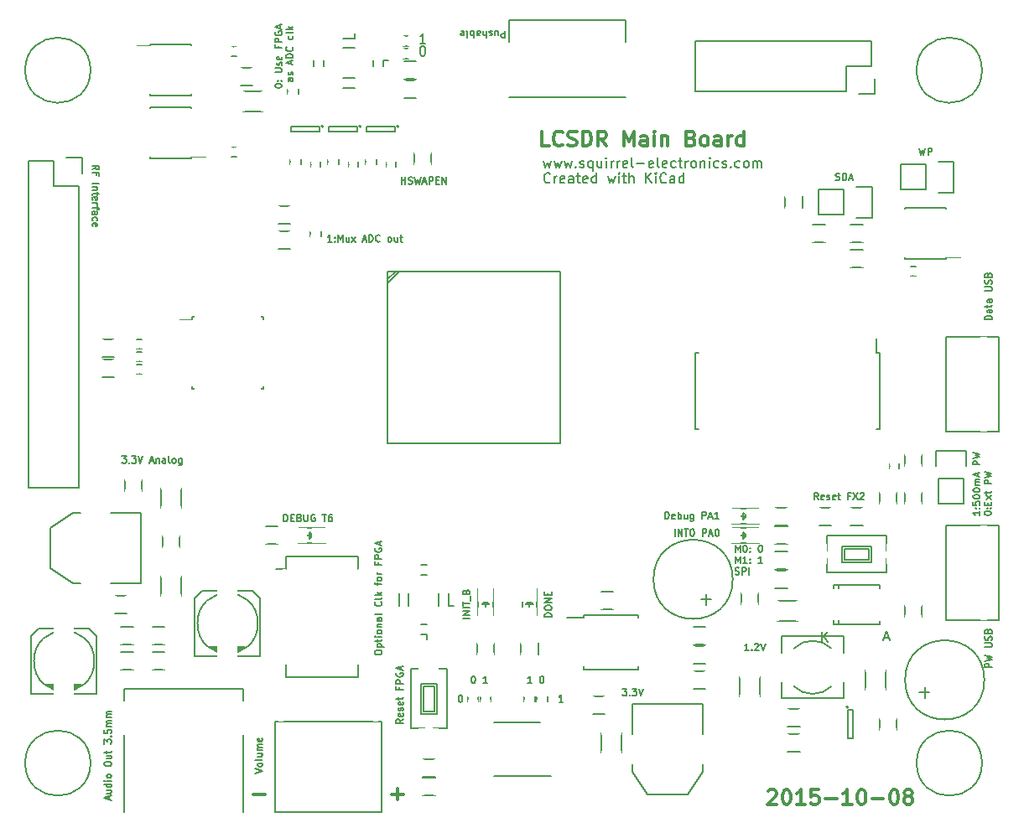
<source format=gbr>
G04 #@! TF.FileFunction,Legend,Top*
%FSLAX46Y46*%
G04 Gerber Fmt 4.6, Leading zero omitted, Abs format (unit mm)*
G04 Created by KiCad (PCBNEW (2015-10-06 BZR 6248, Git 20a3e23)-product) date 2015-10-8 0:39:17*
%MOMM*%
G01*
G04 APERTURE LIST*
%ADD10C,0.100000*%
%ADD11C,0.152400*%
%ADD12C,0.300000*%
%ADD13C,0.150000*%
%ADD14C,1.901140*%
%ADD15C,0.600000*%
%ADD16R,2.000000X1.400000*%
%ADD17R,1.400000X2.000000*%
%ADD18R,1.598880X1.598880*%
%ADD19R,0.800000X1.600000*%
%ADD20R,1.100000X1.700000*%
%ADD21R,1.700000X1.100000*%
%ADD22C,1.900000*%
%ADD23C,3.400000*%
%ADD24R,2.200000X3.400000*%
%ADD25R,1.900000X2.800000*%
%ADD26R,2.127200X2.127200*%
%ADD27O,2.127200X2.127200*%
%ADD28R,1.460000X1.050000*%
%ADD29R,2.432000X4.057600*%
%ADD30R,2.432000X1.416000*%
%ADD31R,4.057600X2.432000*%
%ADD32R,1.416000X2.432000*%
%ADD33R,1.600000X0.640000*%
%ADD34R,0.640000X1.600000*%
%ADD35R,2.100000X1.050000*%
%ADD36R,1.050000X1.460000*%
%ADD37O,2.000000X2.000000*%
%ADD38R,1.950000X1.000000*%
%ADD39R,2.432000X2.432000*%
%ADD40O,2.432000X2.432000*%
%ADD41C,2.600000*%
%ADD42O,3.100000X4.900000*%
%ADD43C,2.400000*%
%ADD44R,2.100000X1.900000*%
%ADD45R,1.900000X2.100000*%
%ADD46C,3.600000*%
%ADD47R,1.000000X0.900000*%
%ADD48R,0.900000X1.000000*%
%ADD49R,1.000000X0.800000*%
%ADD50R,0.800000X1.000000*%
%ADD51R,2.000200X3.999180*%
%ADD52R,2.899360X2.701240*%
%ADD53R,1.400000X0.800000*%
%ADD54R,1.750000X0.800000*%
%ADD55O,2.000000X1.500000*%
G04 APERTURE END LIST*
D10*
D11*
X32001667Y-58873332D02*
X32001667Y-58739999D01*
X32035000Y-58673332D01*
X32101667Y-58606665D01*
X32235000Y-58573332D01*
X32468333Y-58573332D01*
X32601667Y-58606665D01*
X32668333Y-58673332D01*
X32701667Y-58739999D01*
X32701667Y-58873332D01*
X32668333Y-58939999D01*
X32601667Y-59006665D01*
X32468333Y-59039999D01*
X32235000Y-59039999D01*
X32101667Y-59006665D01*
X32035000Y-58939999D01*
X32001667Y-58873332D01*
X32235000Y-58273332D02*
X32935000Y-58273332D01*
X32268333Y-58273332D02*
X32235000Y-58206666D01*
X32235000Y-58073332D01*
X32268333Y-58006666D01*
X32301667Y-57973332D01*
X32368333Y-57939999D01*
X32568333Y-57939999D01*
X32635000Y-57973332D01*
X32668333Y-58006666D01*
X32701667Y-58073332D01*
X32701667Y-58206666D01*
X32668333Y-58273332D01*
X32235000Y-57739999D02*
X32235000Y-57473333D01*
X32001667Y-57639999D02*
X32601667Y-57639999D01*
X32668333Y-57606666D01*
X32701667Y-57539999D01*
X32701667Y-57473333D01*
X32701667Y-57239999D02*
X32235000Y-57239999D01*
X32001667Y-57239999D02*
X32035000Y-57273333D01*
X32068333Y-57239999D01*
X32035000Y-57206666D01*
X32001667Y-57239999D01*
X32068333Y-57239999D01*
X32701667Y-56806666D02*
X32668333Y-56873333D01*
X32635000Y-56906666D01*
X32568333Y-56940000D01*
X32368333Y-56940000D01*
X32301667Y-56906666D01*
X32268333Y-56873333D01*
X32235000Y-56806666D01*
X32235000Y-56706666D01*
X32268333Y-56640000D01*
X32301667Y-56606666D01*
X32368333Y-56573333D01*
X32568333Y-56573333D01*
X32635000Y-56606666D01*
X32668333Y-56640000D01*
X32701667Y-56706666D01*
X32701667Y-56806666D01*
X32235000Y-56273333D02*
X32701667Y-56273333D01*
X32301667Y-56273333D02*
X32268333Y-56240000D01*
X32235000Y-56173333D01*
X32235000Y-56073333D01*
X32268333Y-56006667D01*
X32335000Y-55973333D01*
X32701667Y-55973333D01*
X32701667Y-55340000D02*
X32335000Y-55340000D01*
X32268333Y-55373334D01*
X32235000Y-55440000D01*
X32235000Y-55573334D01*
X32268333Y-55640000D01*
X32668333Y-55340000D02*
X32701667Y-55406667D01*
X32701667Y-55573334D01*
X32668333Y-55640000D01*
X32601667Y-55673334D01*
X32535000Y-55673334D01*
X32468333Y-55640000D01*
X32435000Y-55573334D01*
X32435000Y-55406667D01*
X32401667Y-55340000D01*
X32701667Y-54906667D02*
X32668333Y-54973334D01*
X32601667Y-55006667D01*
X32001667Y-55006667D01*
X32635000Y-53706667D02*
X32668333Y-53740001D01*
X32701667Y-53840001D01*
X32701667Y-53906667D01*
X32668333Y-54006667D01*
X32601667Y-54073334D01*
X32535000Y-54106667D01*
X32401667Y-54140001D01*
X32301667Y-54140001D01*
X32168333Y-54106667D01*
X32101667Y-54073334D01*
X32035000Y-54006667D01*
X32001667Y-53906667D01*
X32001667Y-53840001D01*
X32035000Y-53740001D01*
X32068333Y-53706667D01*
X32701667Y-53306667D02*
X32668333Y-53373334D01*
X32601667Y-53406667D01*
X32001667Y-53406667D01*
X32701667Y-53040000D02*
X32001667Y-53040000D01*
X32435000Y-52973334D02*
X32701667Y-52773334D01*
X32235000Y-52773334D02*
X32501667Y-53040000D01*
X32235000Y-52040000D02*
X32235000Y-51773334D01*
X32701667Y-51940000D02*
X32101667Y-51940000D01*
X32035000Y-51906667D01*
X32001667Y-51840000D01*
X32001667Y-51773334D01*
X32701667Y-51440000D02*
X32668333Y-51506667D01*
X32635000Y-51540000D01*
X32568333Y-51573334D01*
X32368333Y-51573334D01*
X32301667Y-51540000D01*
X32268333Y-51506667D01*
X32235000Y-51440000D01*
X32235000Y-51340000D01*
X32268333Y-51273334D01*
X32301667Y-51240000D01*
X32368333Y-51206667D01*
X32568333Y-51206667D01*
X32635000Y-51240000D01*
X32668333Y-51273334D01*
X32701667Y-51340000D01*
X32701667Y-51440000D01*
X32701667Y-50906667D02*
X32235000Y-50906667D01*
X32368333Y-50906667D02*
X32301667Y-50873334D01*
X32268333Y-50840001D01*
X32235000Y-50773334D01*
X32235000Y-50706667D01*
X32335000Y-49706668D02*
X32335000Y-49940001D01*
X32701667Y-49940001D02*
X32001667Y-49940001D01*
X32001667Y-49606668D01*
X32701667Y-49340001D02*
X32001667Y-49340001D01*
X32001667Y-49073335D01*
X32035000Y-49006668D01*
X32068333Y-48973335D01*
X32135000Y-48940001D01*
X32235000Y-48940001D01*
X32301667Y-48973335D01*
X32335000Y-49006668D01*
X32368333Y-49073335D01*
X32368333Y-49340001D01*
X32035000Y-48273335D02*
X32001667Y-48340001D01*
X32001667Y-48440001D01*
X32035000Y-48540001D01*
X32101667Y-48606668D01*
X32168333Y-48640001D01*
X32301667Y-48673335D01*
X32401667Y-48673335D01*
X32535000Y-48640001D01*
X32601667Y-48606668D01*
X32668333Y-48540001D01*
X32701667Y-48440001D01*
X32701667Y-48373335D01*
X32668333Y-48273335D01*
X32635000Y-48240001D01*
X32401667Y-48240001D01*
X32401667Y-48373335D01*
X32501667Y-47973335D02*
X32501667Y-47640001D01*
X32701667Y-48040001D02*
X32001667Y-47806668D01*
X32701667Y-47573335D01*
X5196667Y-73681665D02*
X5196667Y-73348331D01*
X5396667Y-73748331D02*
X4696667Y-73514998D01*
X5396667Y-73281665D01*
X4930000Y-72748331D02*
X5396667Y-72748331D01*
X4930000Y-73048331D02*
X5296667Y-73048331D01*
X5363333Y-73014998D01*
X5396667Y-72948331D01*
X5396667Y-72848331D01*
X5363333Y-72781665D01*
X5330000Y-72748331D01*
X5396667Y-72114998D02*
X4696667Y-72114998D01*
X5363333Y-72114998D02*
X5396667Y-72181665D01*
X5396667Y-72314998D01*
X5363333Y-72381665D01*
X5330000Y-72414998D01*
X5263333Y-72448332D01*
X5063333Y-72448332D01*
X4996667Y-72414998D01*
X4963333Y-72381665D01*
X4930000Y-72314998D01*
X4930000Y-72181665D01*
X4963333Y-72114998D01*
X5396667Y-71781665D02*
X4930000Y-71781665D01*
X4696667Y-71781665D02*
X4730000Y-71814999D01*
X4763333Y-71781665D01*
X4730000Y-71748332D01*
X4696667Y-71781665D01*
X4763333Y-71781665D01*
X5396667Y-71348332D02*
X5363333Y-71414999D01*
X5330000Y-71448332D01*
X5263333Y-71481666D01*
X5063333Y-71481666D01*
X4996667Y-71448332D01*
X4963333Y-71414999D01*
X4930000Y-71348332D01*
X4930000Y-71248332D01*
X4963333Y-71181666D01*
X4996667Y-71148332D01*
X5063333Y-71114999D01*
X5263333Y-71114999D01*
X5330000Y-71148332D01*
X5363333Y-71181666D01*
X5396667Y-71248332D01*
X5396667Y-71348332D01*
X4696667Y-70148333D02*
X4696667Y-70015000D01*
X4730000Y-69948333D01*
X4796667Y-69881666D01*
X4930000Y-69848333D01*
X5163333Y-69848333D01*
X5296667Y-69881666D01*
X5363333Y-69948333D01*
X5396667Y-70015000D01*
X5396667Y-70148333D01*
X5363333Y-70215000D01*
X5296667Y-70281666D01*
X5163333Y-70315000D01*
X4930000Y-70315000D01*
X4796667Y-70281666D01*
X4730000Y-70215000D01*
X4696667Y-70148333D01*
X4930000Y-69248333D02*
X5396667Y-69248333D01*
X4930000Y-69548333D02*
X5296667Y-69548333D01*
X5363333Y-69515000D01*
X5396667Y-69448333D01*
X5396667Y-69348333D01*
X5363333Y-69281667D01*
X5330000Y-69248333D01*
X4930000Y-69015000D02*
X4930000Y-68748334D01*
X4696667Y-68915000D02*
X5296667Y-68915000D01*
X5363333Y-68881667D01*
X5396667Y-68815000D01*
X5396667Y-68748334D01*
X4696667Y-68048334D02*
X4696667Y-67615001D01*
X4963333Y-67848334D01*
X4963333Y-67748334D01*
X4996667Y-67681667D01*
X5030000Y-67648334D01*
X5096667Y-67615001D01*
X5263333Y-67615001D01*
X5330000Y-67648334D01*
X5363333Y-67681667D01*
X5396667Y-67748334D01*
X5396667Y-67948334D01*
X5363333Y-68015001D01*
X5330000Y-68048334D01*
X5330000Y-67315000D02*
X5363333Y-67281667D01*
X5396667Y-67315000D01*
X5363333Y-67348334D01*
X5330000Y-67315000D01*
X5396667Y-67315000D01*
X4696667Y-66648334D02*
X4696667Y-66981667D01*
X5030000Y-67015001D01*
X4996667Y-66981667D01*
X4963333Y-66915001D01*
X4963333Y-66748334D01*
X4996667Y-66681667D01*
X5030000Y-66648334D01*
X5096667Y-66615001D01*
X5263333Y-66615001D01*
X5330000Y-66648334D01*
X5363333Y-66681667D01*
X5396667Y-66748334D01*
X5396667Y-66915001D01*
X5363333Y-66981667D01*
X5330000Y-67015001D01*
X5396667Y-66315000D02*
X4930000Y-66315000D01*
X4996667Y-66315000D02*
X4963333Y-66281667D01*
X4930000Y-66215000D01*
X4930000Y-66115000D01*
X4963333Y-66048334D01*
X5030000Y-66015000D01*
X5396667Y-66015000D01*
X5030000Y-66015000D02*
X4963333Y-65981667D01*
X4930000Y-65915000D01*
X4930000Y-65815000D01*
X4963333Y-65748334D01*
X5030000Y-65715000D01*
X5396667Y-65715000D01*
X5396667Y-65381667D02*
X4930000Y-65381667D01*
X4996667Y-65381667D02*
X4963333Y-65348334D01*
X4930000Y-65281667D01*
X4930000Y-65181667D01*
X4963333Y-65115001D01*
X5030000Y-65081667D01*
X5396667Y-65081667D01*
X5030000Y-65081667D02*
X4963333Y-65048334D01*
X4930000Y-64981667D01*
X4930000Y-64881667D01*
X4963333Y-64815001D01*
X5030000Y-64781667D01*
X5396667Y-64781667D01*
X19936667Y-71031666D02*
X20636667Y-70798333D01*
X19936667Y-70565000D01*
X20636667Y-70231666D02*
X20603333Y-70298333D01*
X20570000Y-70331666D01*
X20503333Y-70365000D01*
X20303333Y-70365000D01*
X20236667Y-70331666D01*
X20203333Y-70298333D01*
X20170000Y-70231666D01*
X20170000Y-70131666D01*
X20203333Y-70065000D01*
X20236667Y-70031666D01*
X20303333Y-69998333D01*
X20503333Y-69998333D01*
X20570000Y-70031666D01*
X20603333Y-70065000D01*
X20636667Y-70131666D01*
X20636667Y-70231666D01*
X20636667Y-69598333D02*
X20603333Y-69665000D01*
X20536667Y-69698333D01*
X19936667Y-69698333D01*
X20170000Y-69031666D02*
X20636667Y-69031666D01*
X20170000Y-69331666D02*
X20536667Y-69331666D01*
X20603333Y-69298333D01*
X20636667Y-69231666D01*
X20636667Y-69131666D01*
X20603333Y-69065000D01*
X20570000Y-69031666D01*
X20636667Y-68698333D02*
X20170000Y-68698333D01*
X20236667Y-68698333D02*
X20203333Y-68665000D01*
X20170000Y-68598333D01*
X20170000Y-68498333D01*
X20203333Y-68431667D01*
X20270000Y-68398333D01*
X20636667Y-68398333D01*
X20270000Y-68398333D02*
X20203333Y-68365000D01*
X20170000Y-68298333D01*
X20170000Y-68198333D01*
X20203333Y-68131667D01*
X20270000Y-68098333D01*
X20636667Y-68098333D01*
X20603333Y-67498334D02*
X20636667Y-67565000D01*
X20636667Y-67698334D01*
X20603333Y-67765000D01*
X20536667Y-67798334D01*
X20270000Y-67798334D01*
X20203333Y-67765000D01*
X20170000Y-67698334D01*
X20170000Y-67565000D01*
X20203333Y-67498334D01*
X20270000Y-67465000D01*
X20336667Y-67465000D01*
X20403333Y-67798334D01*
X3493333Y-10033335D02*
X3826667Y-9800001D01*
X3493333Y-9633335D02*
X4193333Y-9633335D01*
X4193333Y-9900001D01*
X4160000Y-9966668D01*
X4126667Y-10000001D01*
X4060000Y-10033335D01*
X3960000Y-10033335D01*
X3893333Y-10000001D01*
X3860000Y-9966668D01*
X3826667Y-9900001D01*
X3826667Y-9633335D01*
X3860000Y-10566668D02*
X3860000Y-10333335D01*
X3493333Y-10333335D02*
X4193333Y-10333335D01*
X4193333Y-10666668D01*
X3493333Y-11466668D02*
X4193333Y-11466668D01*
X3960000Y-11800001D02*
X3493333Y-11800001D01*
X3893333Y-11800001D02*
X3926667Y-11833334D01*
X3960000Y-11900001D01*
X3960000Y-12000001D01*
X3926667Y-12066667D01*
X3860000Y-12100001D01*
X3493333Y-12100001D01*
X3960000Y-12333334D02*
X3960000Y-12600000D01*
X4193333Y-12433334D02*
X3593333Y-12433334D01*
X3526667Y-12466667D01*
X3493333Y-12533334D01*
X3493333Y-12600000D01*
X3526667Y-13100000D02*
X3493333Y-13033334D01*
X3493333Y-12900000D01*
X3526667Y-12833334D01*
X3593333Y-12800000D01*
X3860000Y-12800000D01*
X3926667Y-12833334D01*
X3960000Y-12900000D01*
X3960000Y-13033334D01*
X3926667Y-13100000D01*
X3860000Y-13133334D01*
X3793333Y-13133334D01*
X3726667Y-12800000D01*
X3493333Y-13433334D02*
X3960000Y-13433334D01*
X3826667Y-13433334D02*
X3893333Y-13466667D01*
X3926667Y-13500000D01*
X3960000Y-13566667D01*
X3960000Y-13633334D01*
X3960000Y-13766667D02*
X3960000Y-14033333D01*
X3493333Y-13866667D02*
X4093333Y-13866667D01*
X4160000Y-13900000D01*
X4193333Y-13966667D01*
X4193333Y-14033333D01*
X3493333Y-14566667D02*
X3860000Y-14566667D01*
X3926667Y-14533333D01*
X3960000Y-14466667D01*
X3960000Y-14333333D01*
X3926667Y-14266667D01*
X3526667Y-14566667D02*
X3493333Y-14500000D01*
X3493333Y-14333333D01*
X3526667Y-14266667D01*
X3593333Y-14233333D01*
X3660000Y-14233333D01*
X3726667Y-14266667D01*
X3760000Y-14333333D01*
X3760000Y-14500000D01*
X3793333Y-14566667D01*
X3526667Y-15200000D02*
X3493333Y-15133333D01*
X3493333Y-15000000D01*
X3526667Y-14933333D01*
X3560000Y-14900000D01*
X3626667Y-14866666D01*
X3826667Y-14866666D01*
X3893333Y-14900000D01*
X3926667Y-14933333D01*
X3960000Y-15000000D01*
X3960000Y-15133333D01*
X3926667Y-15200000D01*
X3526667Y-15766666D02*
X3493333Y-15700000D01*
X3493333Y-15566666D01*
X3526667Y-15500000D01*
X3593333Y-15466666D01*
X3860000Y-15466666D01*
X3926667Y-15500000D01*
X3960000Y-15566666D01*
X3960000Y-15700000D01*
X3926667Y-15766666D01*
X3860000Y-15800000D01*
X3793333Y-15800000D01*
X3726667Y-15466666D01*
X94296667Y-60319999D02*
X93596667Y-60319999D01*
X93596667Y-60053333D01*
X93630000Y-59986666D01*
X93663333Y-59953333D01*
X93730000Y-59919999D01*
X93830000Y-59919999D01*
X93896667Y-59953333D01*
X93930000Y-59986666D01*
X93963333Y-60053333D01*
X93963333Y-60319999D01*
X93596667Y-59686666D02*
X94296667Y-59519999D01*
X93796667Y-59386666D01*
X94296667Y-59253333D01*
X93596667Y-59086666D01*
X93596667Y-58286666D02*
X94163333Y-58286666D01*
X94230000Y-58253333D01*
X94263333Y-58220000D01*
X94296667Y-58153333D01*
X94296667Y-58020000D01*
X94263333Y-57953333D01*
X94230000Y-57920000D01*
X94163333Y-57886666D01*
X93596667Y-57886666D01*
X94263333Y-57586667D02*
X94296667Y-57486667D01*
X94296667Y-57320000D01*
X94263333Y-57253333D01*
X94230000Y-57220000D01*
X94163333Y-57186667D01*
X94096667Y-57186667D01*
X94030000Y-57220000D01*
X93996667Y-57253333D01*
X93963333Y-57320000D01*
X93930000Y-57453333D01*
X93896667Y-57520000D01*
X93863333Y-57553333D01*
X93796667Y-57586667D01*
X93730000Y-57586667D01*
X93663333Y-57553333D01*
X93630000Y-57520000D01*
X93596667Y-57453333D01*
X93596667Y-57286667D01*
X93630000Y-57186667D01*
X93930000Y-56653333D02*
X93963333Y-56553333D01*
X93996667Y-56520000D01*
X94063333Y-56486666D01*
X94163333Y-56486666D01*
X94230000Y-56520000D01*
X94263333Y-56553333D01*
X94296667Y-56620000D01*
X94296667Y-56886666D01*
X93596667Y-56886666D01*
X93596667Y-56653333D01*
X93630000Y-56586666D01*
X93663333Y-56553333D01*
X93730000Y-56520000D01*
X93796667Y-56520000D01*
X93863333Y-56553333D01*
X93896667Y-56586666D01*
X93930000Y-56653333D01*
X93930000Y-56886666D01*
X94296667Y-25193332D02*
X93596667Y-25193332D01*
X93596667Y-25026666D01*
X93630000Y-24926666D01*
X93696667Y-24859999D01*
X93763333Y-24826666D01*
X93896667Y-24793332D01*
X93996667Y-24793332D01*
X94130000Y-24826666D01*
X94196667Y-24859999D01*
X94263333Y-24926666D01*
X94296667Y-25026666D01*
X94296667Y-25193332D01*
X94296667Y-24193332D02*
X93930000Y-24193332D01*
X93863333Y-24226666D01*
X93830000Y-24293332D01*
X93830000Y-24426666D01*
X93863333Y-24493332D01*
X94263333Y-24193332D02*
X94296667Y-24259999D01*
X94296667Y-24426666D01*
X94263333Y-24493332D01*
X94196667Y-24526666D01*
X94130000Y-24526666D01*
X94063333Y-24493332D01*
X94030000Y-24426666D01*
X94030000Y-24259999D01*
X93996667Y-24193332D01*
X93830000Y-23959999D02*
X93830000Y-23693333D01*
X93596667Y-23859999D02*
X94196667Y-23859999D01*
X94263333Y-23826666D01*
X94296667Y-23759999D01*
X94296667Y-23693333D01*
X94296667Y-23159999D02*
X93930000Y-23159999D01*
X93863333Y-23193333D01*
X93830000Y-23259999D01*
X93830000Y-23393333D01*
X93863333Y-23459999D01*
X94263333Y-23159999D02*
X94296667Y-23226666D01*
X94296667Y-23393333D01*
X94263333Y-23459999D01*
X94196667Y-23493333D01*
X94130000Y-23493333D01*
X94063333Y-23459999D01*
X94030000Y-23393333D01*
X94030000Y-23226666D01*
X93996667Y-23159999D01*
X93596667Y-22293333D02*
X94163333Y-22293333D01*
X94230000Y-22260000D01*
X94263333Y-22226667D01*
X94296667Y-22160000D01*
X94296667Y-22026667D01*
X94263333Y-21960000D01*
X94230000Y-21926667D01*
X94163333Y-21893333D01*
X93596667Y-21893333D01*
X94263333Y-21593334D02*
X94296667Y-21493334D01*
X94296667Y-21326667D01*
X94263333Y-21260000D01*
X94230000Y-21226667D01*
X94163333Y-21193334D01*
X94096667Y-21193334D01*
X94030000Y-21226667D01*
X93996667Y-21260000D01*
X93963333Y-21326667D01*
X93930000Y-21460000D01*
X93896667Y-21526667D01*
X93863333Y-21560000D01*
X93796667Y-21593334D01*
X93730000Y-21593334D01*
X93663333Y-21560000D01*
X93630000Y-21526667D01*
X93596667Y-21460000D01*
X93596667Y-21293334D01*
X93630000Y-21193334D01*
X93930000Y-20660000D02*
X93963333Y-20560000D01*
X93996667Y-20526667D01*
X94063333Y-20493333D01*
X94163333Y-20493333D01*
X94230000Y-20526667D01*
X94263333Y-20560000D01*
X94296667Y-20626667D01*
X94296667Y-20893333D01*
X93596667Y-20893333D01*
X93596667Y-20660000D01*
X93630000Y-20593333D01*
X93663333Y-20560000D01*
X93730000Y-20526667D01*
X93796667Y-20526667D01*
X93863333Y-20560000D01*
X93896667Y-20593333D01*
X93930000Y-20660000D01*
X93930000Y-20893333D01*
D12*
X71714287Y-72821429D02*
X71785716Y-72750000D01*
X71928573Y-72678571D01*
X72285716Y-72678571D01*
X72428573Y-72750000D01*
X72500002Y-72821429D01*
X72571430Y-72964286D01*
X72571430Y-73107143D01*
X72500002Y-73321429D01*
X71642859Y-74178571D01*
X72571430Y-74178571D01*
X73500001Y-72678571D02*
X73642858Y-72678571D01*
X73785715Y-72750000D01*
X73857144Y-72821429D01*
X73928573Y-72964286D01*
X74000001Y-73250000D01*
X74000001Y-73607143D01*
X73928573Y-73892857D01*
X73857144Y-74035714D01*
X73785715Y-74107143D01*
X73642858Y-74178571D01*
X73500001Y-74178571D01*
X73357144Y-74107143D01*
X73285715Y-74035714D01*
X73214287Y-73892857D01*
X73142858Y-73607143D01*
X73142858Y-73250000D01*
X73214287Y-72964286D01*
X73285715Y-72821429D01*
X73357144Y-72750000D01*
X73500001Y-72678571D01*
X75428572Y-74178571D02*
X74571429Y-74178571D01*
X75000001Y-74178571D02*
X75000001Y-72678571D01*
X74857144Y-72892857D01*
X74714286Y-73035714D01*
X74571429Y-73107143D01*
X76785715Y-72678571D02*
X76071429Y-72678571D01*
X76000000Y-73392857D01*
X76071429Y-73321429D01*
X76214286Y-73250000D01*
X76571429Y-73250000D01*
X76714286Y-73321429D01*
X76785715Y-73392857D01*
X76857143Y-73535714D01*
X76857143Y-73892857D01*
X76785715Y-74035714D01*
X76714286Y-74107143D01*
X76571429Y-74178571D01*
X76214286Y-74178571D01*
X76071429Y-74107143D01*
X76000000Y-74035714D01*
X77500000Y-73607143D02*
X78642857Y-73607143D01*
X80142857Y-74178571D02*
X79285714Y-74178571D01*
X79714286Y-74178571D02*
X79714286Y-72678571D01*
X79571429Y-72892857D01*
X79428571Y-73035714D01*
X79285714Y-73107143D01*
X81071428Y-72678571D02*
X81214285Y-72678571D01*
X81357142Y-72750000D01*
X81428571Y-72821429D01*
X81500000Y-72964286D01*
X81571428Y-73250000D01*
X81571428Y-73607143D01*
X81500000Y-73892857D01*
X81428571Y-74035714D01*
X81357142Y-74107143D01*
X81214285Y-74178571D01*
X81071428Y-74178571D01*
X80928571Y-74107143D01*
X80857142Y-74035714D01*
X80785714Y-73892857D01*
X80714285Y-73607143D01*
X80714285Y-73250000D01*
X80785714Y-72964286D01*
X80857142Y-72821429D01*
X80928571Y-72750000D01*
X81071428Y-72678571D01*
X82214285Y-73607143D02*
X83357142Y-73607143D01*
X84357142Y-72678571D02*
X84499999Y-72678571D01*
X84642856Y-72750000D01*
X84714285Y-72821429D01*
X84785714Y-72964286D01*
X84857142Y-73250000D01*
X84857142Y-73607143D01*
X84785714Y-73892857D01*
X84714285Y-74035714D01*
X84642856Y-74107143D01*
X84499999Y-74178571D01*
X84357142Y-74178571D01*
X84214285Y-74107143D01*
X84142856Y-74035714D01*
X84071428Y-73892857D01*
X83999999Y-73607143D01*
X83999999Y-73250000D01*
X84071428Y-72964286D01*
X84142856Y-72821429D01*
X84214285Y-72750000D01*
X84357142Y-72678571D01*
X85714285Y-73321429D02*
X85571427Y-73250000D01*
X85499999Y-73178571D01*
X85428570Y-73035714D01*
X85428570Y-72964286D01*
X85499999Y-72821429D01*
X85571427Y-72750000D01*
X85714285Y-72678571D01*
X85999999Y-72678571D01*
X86142856Y-72750000D01*
X86214285Y-72821429D01*
X86285713Y-72964286D01*
X86285713Y-73035714D01*
X86214285Y-73178571D01*
X86142856Y-73250000D01*
X85999999Y-73321429D01*
X85714285Y-73321429D01*
X85571427Y-73392857D01*
X85499999Y-73464286D01*
X85428570Y-73607143D01*
X85428570Y-73892857D01*
X85499999Y-74035714D01*
X85571427Y-74107143D01*
X85714285Y-74178571D01*
X85999999Y-74178571D01*
X86142856Y-74107143D01*
X86214285Y-74035714D01*
X86285713Y-73892857D01*
X86285713Y-73607143D01*
X86214285Y-73464286D01*
X86142856Y-73392857D01*
X85999999Y-73321429D01*
D11*
X22816668Y-45566667D02*
X22816668Y-44866667D01*
X22983334Y-44866667D01*
X23083334Y-44900000D01*
X23150001Y-44966667D01*
X23183334Y-45033333D01*
X23216668Y-45166667D01*
X23216668Y-45266667D01*
X23183334Y-45400000D01*
X23150001Y-45466667D01*
X23083334Y-45533333D01*
X22983334Y-45566667D01*
X22816668Y-45566667D01*
X23516668Y-45200000D02*
X23750001Y-45200000D01*
X23850001Y-45566667D02*
X23516668Y-45566667D01*
X23516668Y-44866667D01*
X23850001Y-44866667D01*
X24383334Y-45200000D02*
X24483334Y-45233333D01*
X24516667Y-45266667D01*
X24550001Y-45333333D01*
X24550001Y-45433333D01*
X24516667Y-45500000D01*
X24483334Y-45533333D01*
X24416667Y-45566667D01*
X24150001Y-45566667D01*
X24150001Y-44866667D01*
X24383334Y-44866667D01*
X24450001Y-44900000D01*
X24483334Y-44933333D01*
X24516667Y-45000000D01*
X24516667Y-45066667D01*
X24483334Y-45133333D01*
X24450001Y-45166667D01*
X24383334Y-45200000D01*
X24150001Y-45200000D01*
X24850001Y-44866667D02*
X24850001Y-45433333D01*
X24883334Y-45500000D01*
X24916667Y-45533333D01*
X24983334Y-45566667D01*
X25116667Y-45566667D01*
X25183334Y-45533333D01*
X25216667Y-45500000D01*
X25250001Y-45433333D01*
X25250001Y-44866667D01*
X25950000Y-44900000D02*
X25883334Y-44866667D01*
X25783334Y-44866667D01*
X25683334Y-44900000D01*
X25616667Y-44966667D01*
X25583334Y-45033333D01*
X25550000Y-45166667D01*
X25550000Y-45266667D01*
X25583334Y-45400000D01*
X25616667Y-45466667D01*
X25683334Y-45533333D01*
X25783334Y-45566667D01*
X25850000Y-45566667D01*
X25950000Y-45533333D01*
X25983334Y-45500000D01*
X25983334Y-45266667D01*
X25850000Y-45266667D01*
X26716667Y-44866667D02*
X27116667Y-44866667D01*
X26916667Y-45566667D02*
X26916667Y-44866667D01*
X27650000Y-44866667D02*
X27516666Y-44866667D01*
X27450000Y-44900000D01*
X27416666Y-44933333D01*
X27350000Y-45033333D01*
X27316666Y-45166667D01*
X27316666Y-45433333D01*
X27350000Y-45500000D01*
X27383333Y-45533333D01*
X27450000Y-45566667D01*
X27583333Y-45566667D01*
X27650000Y-45533333D01*
X27683333Y-45500000D01*
X27716666Y-45433333D01*
X27716666Y-45266667D01*
X27683333Y-45200000D01*
X27650000Y-45166667D01*
X27583333Y-45133333D01*
X27450000Y-45133333D01*
X27383333Y-45166667D01*
X27350000Y-45200000D01*
X27316666Y-45266667D01*
X49037857Y-9169514D02*
X49228333Y-9836181D01*
X49418810Y-9359990D01*
X49609286Y-9836181D01*
X49799762Y-9169514D01*
X50085476Y-9169514D02*
X50275952Y-9836181D01*
X50466429Y-9359990D01*
X50656905Y-9836181D01*
X50847381Y-9169514D01*
X51133095Y-9169514D02*
X51323571Y-9836181D01*
X51514048Y-9359990D01*
X51704524Y-9836181D01*
X51895000Y-9169514D01*
X52275952Y-9740943D02*
X52323571Y-9788562D01*
X52275952Y-9836181D01*
X52228333Y-9788562D01*
X52275952Y-9740943D01*
X52275952Y-9836181D01*
X52704523Y-9788562D02*
X52799761Y-9836181D01*
X52990237Y-9836181D01*
X53085476Y-9788562D01*
X53133095Y-9693324D01*
X53133095Y-9645705D01*
X53085476Y-9550467D01*
X52990237Y-9502848D01*
X52847380Y-9502848D01*
X52752142Y-9455229D01*
X52704523Y-9359990D01*
X52704523Y-9312371D01*
X52752142Y-9217133D01*
X52847380Y-9169514D01*
X52990237Y-9169514D01*
X53085476Y-9217133D01*
X53990238Y-9169514D02*
X53990238Y-10169514D01*
X53990238Y-9788562D02*
X53895000Y-9836181D01*
X53704523Y-9836181D01*
X53609285Y-9788562D01*
X53561666Y-9740943D01*
X53514047Y-9645705D01*
X53514047Y-9359990D01*
X53561666Y-9264752D01*
X53609285Y-9217133D01*
X53704523Y-9169514D01*
X53895000Y-9169514D01*
X53990238Y-9217133D01*
X54895000Y-9169514D02*
X54895000Y-9836181D01*
X54466428Y-9169514D02*
X54466428Y-9693324D01*
X54514047Y-9788562D01*
X54609285Y-9836181D01*
X54752143Y-9836181D01*
X54847381Y-9788562D01*
X54895000Y-9740943D01*
X55371190Y-9836181D02*
X55371190Y-9169514D01*
X55371190Y-8836181D02*
X55323571Y-8883800D01*
X55371190Y-8931419D01*
X55418809Y-8883800D01*
X55371190Y-8836181D01*
X55371190Y-8931419D01*
X55847380Y-9836181D02*
X55847380Y-9169514D01*
X55847380Y-9359990D02*
X55894999Y-9264752D01*
X55942618Y-9217133D01*
X56037856Y-9169514D01*
X56133095Y-9169514D01*
X56466428Y-9836181D02*
X56466428Y-9169514D01*
X56466428Y-9359990D02*
X56514047Y-9264752D01*
X56561666Y-9217133D01*
X56656904Y-9169514D01*
X56752143Y-9169514D01*
X57466429Y-9788562D02*
X57371191Y-9836181D01*
X57180714Y-9836181D01*
X57085476Y-9788562D01*
X57037857Y-9693324D01*
X57037857Y-9312371D01*
X57085476Y-9217133D01*
X57180714Y-9169514D01*
X57371191Y-9169514D01*
X57466429Y-9217133D01*
X57514048Y-9312371D01*
X57514048Y-9407610D01*
X57037857Y-9502848D01*
X58085476Y-9836181D02*
X57990238Y-9788562D01*
X57942619Y-9693324D01*
X57942619Y-8836181D01*
X58466429Y-9455229D02*
X59228334Y-9455229D01*
X60085477Y-9788562D02*
X59990239Y-9836181D01*
X59799762Y-9836181D01*
X59704524Y-9788562D01*
X59656905Y-9693324D01*
X59656905Y-9312371D01*
X59704524Y-9217133D01*
X59799762Y-9169514D01*
X59990239Y-9169514D01*
X60085477Y-9217133D01*
X60133096Y-9312371D01*
X60133096Y-9407610D01*
X59656905Y-9502848D01*
X60704524Y-9836181D02*
X60609286Y-9788562D01*
X60561667Y-9693324D01*
X60561667Y-8836181D01*
X61466430Y-9788562D02*
X61371192Y-9836181D01*
X61180715Y-9836181D01*
X61085477Y-9788562D01*
X61037858Y-9693324D01*
X61037858Y-9312371D01*
X61085477Y-9217133D01*
X61180715Y-9169514D01*
X61371192Y-9169514D01*
X61466430Y-9217133D01*
X61514049Y-9312371D01*
X61514049Y-9407610D01*
X61037858Y-9502848D01*
X62371192Y-9788562D02*
X62275954Y-9836181D01*
X62085477Y-9836181D01*
X61990239Y-9788562D01*
X61942620Y-9740943D01*
X61895001Y-9645705D01*
X61895001Y-9359990D01*
X61942620Y-9264752D01*
X61990239Y-9217133D01*
X62085477Y-9169514D01*
X62275954Y-9169514D01*
X62371192Y-9217133D01*
X62656906Y-9169514D02*
X63037858Y-9169514D01*
X62799763Y-8836181D02*
X62799763Y-9693324D01*
X62847382Y-9788562D01*
X62942620Y-9836181D01*
X63037858Y-9836181D01*
X63371192Y-9836181D02*
X63371192Y-9169514D01*
X63371192Y-9359990D02*
X63418811Y-9264752D01*
X63466430Y-9217133D01*
X63561668Y-9169514D01*
X63656907Y-9169514D01*
X64133097Y-9836181D02*
X64037859Y-9788562D01*
X63990240Y-9740943D01*
X63942621Y-9645705D01*
X63942621Y-9359990D01*
X63990240Y-9264752D01*
X64037859Y-9217133D01*
X64133097Y-9169514D01*
X64275955Y-9169514D01*
X64371193Y-9217133D01*
X64418812Y-9264752D01*
X64466431Y-9359990D01*
X64466431Y-9645705D01*
X64418812Y-9740943D01*
X64371193Y-9788562D01*
X64275955Y-9836181D01*
X64133097Y-9836181D01*
X64895002Y-9169514D02*
X64895002Y-9836181D01*
X64895002Y-9264752D02*
X64942621Y-9217133D01*
X65037859Y-9169514D01*
X65180717Y-9169514D01*
X65275955Y-9217133D01*
X65323574Y-9312371D01*
X65323574Y-9836181D01*
X65799764Y-9836181D02*
X65799764Y-9169514D01*
X65799764Y-8836181D02*
X65752145Y-8883800D01*
X65799764Y-8931419D01*
X65847383Y-8883800D01*
X65799764Y-8836181D01*
X65799764Y-8931419D01*
X66704526Y-9788562D02*
X66609288Y-9836181D01*
X66418811Y-9836181D01*
X66323573Y-9788562D01*
X66275954Y-9740943D01*
X66228335Y-9645705D01*
X66228335Y-9359990D01*
X66275954Y-9264752D01*
X66323573Y-9217133D01*
X66418811Y-9169514D01*
X66609288Y-9169514D01*
X66704526Y-9217133D01*
X67085478Y-9788562D02*
X67180716Y-9836181D01*
X67371192Y-9836181D01*
X67466431Y-9788562D01*
X67514050Y-9693324D01*
X67514050Y-9645705D01*
X67466431Y-9550467D01*
X67371192Y-9502848D01*
X67228335Y-9502848D01*
X67133097Y-9455229D01*
X67085478Y-9359990D01*
X67085478Y-9312371D01*
X67133097Y-9217133D01*
X67228335Y-9169514D01*
X67371192Y-9169514D01*
X67466431Y-9217133D01*
X67942621Y-9740943D02*
X67990240Y-9788562D01*
X67942621Y-9836181D01*
X67895002Y-9788562D01*
X67942621Y-9740943D01*
X67942621Y-9836181D01*
X68847383Y-9788562D02*
X68752145Y-9836181D01*
X68561668Y-9836181D01*
X68466430Y-9788562D01*
X68418811Y-9740943D01*
X68371192Y-9645705D01*
X68371192Y-9359990D01*
X68418811Y-9264752D01*
X68466430Y-9217133D01*
X68561668Y-9169514D01*
X68752145Y-9169514D01*
X68847383Y-9217133D01*
X69418811Y-9836181D02*
X69323573Y-9788562D01*
X69275954Y-9740943D01*
X69228335Y-9645705D01*
X69228335Y-9359990D01*
X69275954Y-9264752D01*
X69323573Y-9217133D01*
X69418811Y-9169514D01*
X69561669Y-9169514D01*
X69656907Y-9217133D01*
X69704526Y-9264752D01*
X69752145Y-9359990D01*
X69752145Y-9645705D01*
X69704526Y-9740943D01*
X69656907Y-9788562D01*
X69561669Y-9836181D01*
X69418811Y-9836181D01*
X70180716Y-9836181D02*
X70180716Y-9169514D01*
X70180716Y-9264752D02*
X70228335Y-9217133D01*
X70323573Y-9169514D01*
X70466431Y-9169514D01*
X70561669Y-9217133D01*
X70609288Y-9312371D01*
X70609288Y-9836181D01*
X70609288Y-9312371D02*
X70656907Y-9217133D01*
X70752145Y-9169514D01*
X70895002Y-9169514D01*
X70990240Y-9217133D01*
X71037859Y-9312371D01*
X71037859Y-9836181D01*
X49704524Y-11293343D02*
X49656905Y-11340962D01*
X49514048Y-11388581D01*
X49418810Y-11388581D01*
X49275952Y-11340962D01*
X49180714Y-11245724D01*
X49133095Y-11150486D01*
X49085476Y-10960010D01*
X49085476Y-10817152D01*
X49133095Y-10626676D01*
X49180714Y-10531438D01*
X49275952Y-10436200D01*
X49418810Y-10388581D01*
X49514048Y-10388581D01*
X49656905Y-10436200D01*
X49704524Y-10483819D01*
X50133095Y-11388581D02*
X50133095Y-10721914D01*
X50133095Y-10912390D02*
X50180714Y-10817152D01*
X50228333Y-10769533D01*
X50323571Y-10721914D01*
X50418810Y-10721914D01*
X51133096Y-11340962D02*
X51037858Y-11388581D01*
X50847381Y-11388581D01*
X50752143Y-11340962D01*
X50704524Y-11245724D01*
X50704524Y-10864771D01*
X50752143Y-10769533D01*
X50847381Y-10721914D01*
X51037858Y-10721914D01*
X51133096Y-10769533D01*
X51180715Y-10864771D01*
X51180715Y-10960010D01*
X50704524Y-11055248D01*
X52037858Y-11388581D02*
X52037858Y-10864771D01*
X51990239Y-10769533D01*
X51895001Y-10721914D01*
X51704524Y-10721914D01*
X51609286Y-10769533D01*
X52037858Y-11340962D02*
X51942620Y-11388581D01*
X51704524Y-11388581D01*
X51609286Y-11340962D01*
X51561667Y-11245724D01*
X51561667Y-11150486D01*
X51609286Y-11055248D01*
X51704524Y-11007629D01*
X51942620Y-11007629D01*
X52037858Y-10960010D01*
X52371191Y-10721914D02*
X52752143Y-10721914D01*
X52514048Y-10388581D02*
X52514048Y-11245724D01*
X52561667Y-11340962D01*
X52656905Y-11388581D01*
X52752143Y-11388581D01*
X53466430Y-11340962D02*
X53371192Y-11388581D01*
X53180715Y-11388581D01*
X53085477Y-11340962D01*
X53037858Y-11245724D01*
X53037858Y-10864771D01*
X53085477Y-10769533D01*
X53180715Y-10721914D01*
X53371192Y-10721914D01*
X53466430Y-10769533D01*
X53514049Y-10864771D01*
X53514049Y-10960010D01*
X53037858Y-11055248D01*
X54371192Y-11388581D02*
X54371192Y-10388581D01*
X54371192Y-11340962D02*
X54275954Y-11388581D01*
X54085477Y-11388581D01*
X53990239Y-11340962D01*
X53942620Y-11293343D01*
X53895001Y-11198105D01*
X53895001Y-10912390D01*
X53942620Y-10817152D01*
X53990239Y-10769533D01*
X54085477Y-10721914D01*
X54275954Y-10721914D01*
X54371192Y-10769533D01*
X55514049Y-10721914D02*
X55704525Y-11388581D01*
X55895002Y-10912390D01*
X56085478Y-11388581D01*
X56275954Y-10721914D01*
X56656906Y-11388581D02*
X56656906Y-10721914D01*
X56656906Y-10388581D02*
X56609287Y-10436200D01*
X56656906Y-10483819D01*
X56704525Y-10436200D01*
X56656906Y-10388581D01*
X56656906Y-10483819D01*
X56990239Y-10721914D02*
X57371191Y-10721914D01*
X57133096Y-10388581D02*
X57133096Y-11245724D01*
X57180715Y-11340962D01*
X57275953Y-11388581D01*
X57371191Y-11388581D01*
X57704525Y-11388581D02*
X57704525Y-10388581D01*
X58133097Y-11388581D02*
X58133097Y-10864771D01*
X58085478Y-10769533D01*
X57990240Y-10721914D01*
X57847382Y-10721914D01*
X57752144Y-10769533D01*
X57704525Y-10817152D01*
X59371192Y-11388581D02*
X59371192Y-10388581D01*
X59942621Y-11388581D02*
X59514049Y-10817152D01*
X59942621Y-10388581D02*
X59371192Y-10960010D01*
X60371192Y-11388581D02*
X60371192Y-10721914D01*
X60371192Y-10388581D02*
X60323573Y-10436200D01*
X60371192Y-10483819D01*
X60418811Y-10436200D01*
X60371192Y-10388581D01*
X60371192Y-10483819D01*
X61418811Y-11293343D02*
X61371192Y-11340962D01*
X61228335Y-11388581D01*
X61133097Y-11388581D01*
X60990239Y-11340962D01*
X60895001Y-11245724D01*
X60847382Y-11150486D01*
X60799763Y-10960010D01*
X60799763Y-10817152D01*
X60847382Y-10626676D01*
X60895001Y-10531438D01*
X60990239Y-10436200D01*
X61133097Y-10388581D01*
X61228335Y-10388581D01*
X61371192Y-10436200D01*
X61418811Y-10483819D01*
X62275954Y-11388581D02*
X62275954Y-10864771D01*
X62228335Y-10769533D01*
X62133097Y-10721914D01*
X61942620Y-10721914D01*
X61847382Y-10769533D01*
X62275954Y-11340962D02*
X62180716Y-11388581D01*
X61942620Y-11388581D01*
X61847382Y-11340962D01*
X61799763Y-11245724D01*
X61799763Y-11150486D01*
X61847382Y-11055248D01*
X61942620Y-11007629D01*
X62180716Y-11007629D01*
X62275954Y-10960010D01*
X63180716Y-11388581D02*
X63180716Y-10388581D01*
X63180716Y-11340962D02*
X63085478Y-11388581D01*
X62895001Y-11388581D01*
X62799763Y-11340962D01*
X62752144Y-11293343D01*
X62704525Y-11198105D01*
X62704525Y-10912390D01*
X62752144Y-10817152D01*
X62799763Y-10769533D01*
X62895001Y-10721914D01*
X63085478Y-10721914D01*
X63180716Y-10769533D01*
X61316668Y-45316667D02*
X61316668Y-44616667D01*
X61483334Y-44616667D01*
X61583334Y-44650000D01*
X61650001Y-44716667D01*
X61683334Y-44783333D01*
X61716668Y-44916667D01*
X61716668Y-45016667D01*
X61683334Y-45150000D01*
X61650001Y-45216667D01*
X61583334Y-45283333D01*
X61483334Y-45316667D01*
X61316668Y-45316667D01*
X62283334Y-45283333D02*
X62216668Y-45316667D01*
X62083334Y-45316667D01*
X62016668Y-45283333D01*
X61983334Y-45216667D01*
X61983334Y-44950000D01*
X62016668Y-44883333D01*
X62083334Y-44850000D01*
X62216668Y-44850000D01*
X62283334Y-44883333D01*
X62316668Y-44950000D01*
X62316668Y-45016667D01*
X61983334Y-45083333D01*
X62616668Y-45316667D02*
X62616668Y-44616667D01*
X62616668Y-44883333D02*
X62683334Y-44850000D01*
X62816668Y-44850000D01*
X62883334Y-44883333D01*
X62916668Y-44916667D01*
X62950001Y-44983333D01*
X62950001Y-45183333D01*
X62916668Y-45250000D01*
X62883334Y-45283333D01*
X62816668Y-45316667D01*
X62683334Y-45316667D01*
X62616668Y-45283333D01*
X63550001Y-44850000D02*
X63550001Y-45316667D01*
X63250001Y-44850000D02*
X63250001Y-45216667D01*
X63283334Y-45283333D01*
X63350001Y-45316667D01*
X63450001Y-45316667D01*
X63516667Y-45283333D01*
X63550001Y-45250000D01*
X64183334Y-44850000D02*
X64183334Y-45416667D01*
X64150000Y-45483333D01*
X64116667Y-45516667D01*
X64050000Y-45550000D01*
X63950000Y-45550000D01*
X63883334Y-45516667D01*
X64183334Y-45283333D02*
X64116667Y-45316667D01*
X63983334Y-45316667D01*
X63916667Y-45283333D01*
X63883334Y-45250000D01*
X63850000Y-45183333D01*
X63850000Y-44983333D01*
X63883334Y-44916667D01*
X63916667Y-44883333D01*
X63983334Y-44850000D01*
X64116667Y-44850000D01*
X64183334Y-44883333D01*
X65050000Y-45316667D02*
X65050000Y-44616667D01*
X65316666Y-44616667D01*
X65383333Y-44650000D01*
X65416666Y-44683333D01*
X65450000Y-44750000D01*
X65450000Y-44850000D01*
X65416666Y-44916667D01*
X65383333Y-44950000D01*
X65316666Y-44983333D01*
X65050000Y-44983333D01*
X65716666Y-45116667D02*
X66050000Y-45116667D01*
X65650000Y-45316667D02*
X65883333Y-44616667D01*
X66116666Y-45316667D01*
X66716666Y-45316667D02*
X66316666Y-45316667D01*
X66516666Y-45316667D02*
X66516666Y-44616667D01*
X66450000Y-44716667D01*
X66383333Y-44783333D01*
X66316666Y-44816667D01*
X34690334Y-11492667D02*
X34690334Y-10792667D01*
X34690334Y-11126000D02*
X35090334Y-11126000D01*
X35090334Y-11492667D02*
X35090334Y-10792667D01*
X35390333Y-11459333D02*
X35490333Y-11492667D01*
X35657000Y-11492667D01*
X35723667Y-11459333D01*
X35757000Y-11426000D01*
X35790333Y-11359333D01*
X35790333Y-11292667D01*
X35757000Y-11226000D01*
X35723667Y-11192667D01*
X35657000Y-11159333D01*
X35523667Y-11126000D01*
X35457000Y-11092667D01*
X35423667Y-11059333D01*
X35390333Y-10992667D01*
X35390333Y-10926000D01*
X35423667Y-10859333D01*
X35457000Y-10826000D01*
X35523667Y-10792667D01*
X35690333Y-10792667D01*
X35790333Y-10826000D01*
X36023667Y-10792667D02*
X36190334Y-11492667D01*
X36323667Y-10992667D01*
X36457000Y-11492667D01*
X36623667Y-10792667D01*
X36857000Y-11292667D02*
X37190334Y-11292667D01*
X36790334Y-11492667D02*
X37023667Y-10792667D01*
X37257000Y-11492667D01*
X37490334Y-11492667D02*
X37490334Y-10792667D01*
X37757000Y-10792667D01*
X37823667Y-10826000D01*
X37857000Y-10859333D01*
X37890334Y-10926000D01*
X37890334Y-11026000D01*
X37857000Y-11092667D01*
X37823667Y-11126000D01*
X37757000Y-11159333D01*
X37490334Y-11159333D01*
X38190334Y-11126000D02*
X38423667Y-11126000D01*
X38523667Y-11492667D02*
X38190334Y-11492667D01*
X38190334Y-10792667D01*
X38523667Y-10792667D01*
X38823667Y-11492667D02*
X38823667Y-10792667D01*
X39223667Y-11492667D01*
X39223667Y-10792667D01*
X27654667Y-17334667D02*
X27254667Y-17334667D01*
X27454667Y-17334667D02*
X27454667Y-16634667D01*
X27388001Y-16734667D01*
X27321334Y-16801333D01*
X27254667Y-16834667D01*
X27954668Y-17268000D02*
X27988001Y-17301333D01*
X27954668Y-17334667D01*
X27921334Y-17301333D01*
X27954668Y-17268000D01*
X27954668Y-17334667D01*
X27954668Y-16901333D02*
X27988001Y-16934667D01*
X27954668Y-16968000D01*
X27921334Y-16934667D01*
X27954668Y-16901333D01*
X27954668Y-16968000D01*
X28288001Y-17334667D02*
X28288001Y-16634667D01*
X28521334Y-17134667D01*
X28754667Y-16634667D01*
X28754667Y-17334667D01*
X29388001Y-16868000D02*
X29388001Y-17334667D01*
X29088001Y-16868000D02*
X29088001Y-17234667D01*
X29121334Y-17301333D01*
X29188001Y-17334667D01*
X29288001Y-17334667D01*
X29354667Y-17301333D01*
X29388001Y-17268000D01*
X29654667Y-17334667D02*
X30021334Y-16868000D01*
X29654667Y-16868000D02*
X30021334Y-17334667D01*
X30788000Y-17134667D02*
X31121334Y-17134667D01*
X30721334Y-17334667D02*
X30954667Y-16634667D01*
X31188000Y-17334667D01*
X31421334Y-17334667D02*
X31421334Y-16634667D01*
X31588000Y-16634667D01*
X31688000Y-16668000D01*
X31754667Y-16734667D01*
X31788000Y-16801333D01*
X31821334Y-16934667D01*
X31821334Y-17034667D01*
X31788000Y-17168000D01*
X31754667Y-17234667D01*
X31688000Y-17301333D01*
X31588000Y-17334667D01*
X31421334Y-17334667D01*
X32521334Y-17268000D02*
X32488000Y-17301333D01*
X32388000Y-17334667D01*
X32321334Y-17334667D01*
X32221334Y-17301333D01*
X32154667Y-17234667D01*
X32121334Y-17168000D01*
X32088000Y-17034667D01*
X32088000Y-16934667D01*
X32121334Y-16801333D01*
X32154667Y-16734667D01*
X32221334Y-16668000D01*
X32321334Y-16634667D01*
X32388000Y-16634667D01*
X32488000Y-16668000D01*
X32521334Y-16701333D01*
X33454667Y-17334667D02*
X33388000Y-17301333D01*
X33354667Y-17268000D01*
X33321333Y-17201333D01*
X33321333Y-17001333D01*
X33354667Y-16934667D01*
X33388000Y-16901333D01*
X33454667Y-16868000D01*
X33554667Y-16868000D01*
X33621333Y-16901333D01*
X33654667Y-16934667D01*
X33688000Y-17001333D01*
X33688000Y-17201333D01*
X33654667Y-17268000D01*
X33621333Y-17301333D01*
X33554667Y-17334667D01*
X33454667Y-17334667D01*
X34288000Y-16868000D02*
X34288000Y-17334667D01*
X33988000Y-16868000D02*
X33988000Y-17234667D01*
X34021333Y-17301333D01*
X34088000Y-17334667D01*
X34188000Y-17334667D01*
X34254666Y-17301333D01*
X34288000Y-17268000D01*
X34521333Y-16868000D02*
X34787999Y-16868000D01*
X34621333Y-16634667D02*
X34621333Y-17234667D01*
X34654666Y-17301333D01*
X34721333Y-17334667D01*
X34787999Y-17334667D01*
X21910467Y-1598999D02*
X21910467Y-1532332D01*
X21943800Y-1465666D01*
X21977133Y-1432332D01*
X22043800Y-1398999D01*
X22177133Y-1365666D01*
X22343800Y-1365666D01*
X22477133Y-1398999D01*
X22543800Y-1432332D01*
X22577133Y-1465666D01*
X22610467Y-1532332D01*
X22610467Y-1598999D01*
X22577133Y-1665666D01*
X22543800Y-1698999D01*
X22477133Y-1732332D01*
X22343800Y-1765666D01*
X22177133Y-1765666D01*
X22043800Y-1732332D01*
X21977133Y-1698999D01*
X21943800Y-1665666D01*
X21910467Y-1598999D01*
X22543800Y-1065665D02*
X22577133Y-1032332D01*
X22610467Y-1065665D01*
X22577133Y-1098999D01*
X22543800Y-1065665D01*
X22610467Y-1065665D01*
X22177133Y-1065665D02*
X22210467Y-1032332D01*
X22243800Y-1065665D01*
X22210467Y-1098999D01*
X22177133Y-1065665D01*
X22243800Y-1065665D01*
X21910467Y-198999D02*
X22477133Y-198999D01*
X22543800Y-165666D01*
X22577133Y-132333D01*
X22610467Y-65666D01*
X22610467Y67667D01*
X22577133Y134334D01*
X22543800Y167667D01*
X22477133Y201001D01*
X21910467Y201001D01*
X22577133Y501000D02*
X22610467Y567667D01*
X22610467Y701000D01*
X22577133Y767667D01*
X22510467Y801000D01*
X22477133Y801000D01*
X22410467Y767667D01*
X22377133Y701000D01*
X22377133Y601000D01*
X22343800Y534334D01*
X22277133Y501000D01*
X22243800Y501000D01*
X22177133Y534334D01*
X22143800Y601000D01*
X22143800Y701000D01*
X22177133Y767667D01*
X22577133Y1367667D02*
X22610467Y1301001D01*
X22610467Y1167667D01*
X22577133Y1101001D01*
X22510467Y1067667D01*
X22243800Y1067667D01*
X22177133Y1101001D01*
X22143800Y1167667D01*
X22143800Y1301001D01*
X22177133Y1367667D01*
X22243800Y1401001D01*
X22310467Y1401001D01*
X22377133Y1067667D01*
X22243800Y2467667D02*
X22243800Y2234334D01*
X22610467Y2234334D02*
X21910467Y2234334D01*
X21910467Y2567667D01*
X22610467Y2834334D02*
X21910467Y2834334D01*
X21910467Y3101000D01*
X21943800Y3167667D01*
X21977133Y3201000D01*
X22043800Y3234334D01*
X22143800Y3234334D01*
X22210467Y3201000D01*
X22243800Y3167667D01*
X22277133Y3101000D01*
X22277133Y2834334D01*
X21943800Y3901000D02*
X21910467Y3834334D01*
X21910467Y3734334D01*
X21943800Y3634334D01*
X22010467Y3567667D01*
X22077133Y3534334D01*
X22210467Y3501000D01*
X22310467Y3501000D01*
X22443800Y3534334D01*
X22510467Y3567667D01*
X22577133Y3634334D01*
X22610467Y3734334D01*
X22610467Y3801000D01*
X22577133Y3901000D01*
X22543800Y3934334D01*
X22310467Y3934334D01*
X22310467Y3801000D01*
X22410467Y4201000D02*
X22410467Y4534334D01*
X22610467Y4134334D02*
X21910467Y4367667D01*
X22610467Y4601000D01*
X23742867Y-782333D02*
X23376200Y-782333D01*
X23309533Y-815667D01*
X23276200Y-882333D01*
X23276200Y-1015667D01*
X23309533Y-1082333D01*
X23709533Y-782333D02*
X23742867Y-849000D01*
X23742867Y-1015667D01*
X23709533Y-1082333D01*
X23642867Y-1115667D01*
X23576200Y-1115667D01*
X23509533Y-1082333D01*
X23476200Y-1015667D01*
X23476200Y-849000D01*
X23442867Y-782333D01*
X23709533Y-482334D02*
X23742867Y-415667D01*
X23742867Y-282334D01*
X23709533Y-215667D01*
X23642867Y-182334D01*
X23609533Y-182334D01*
X23542867Y-215667D01*
X23509533Y-282334D01*
X23509533Y-382334D01*
X23476200Y-449000D01*
X23409533Y-482334D01*
X23376200Y-482334D01*
X23309533Y-449000D01*
X23276200Y-382334D01*
X23276200Y-282334D01*
X23309533Y-215667D01*
X23542867Y617666D02*
X23542867Y951000D01*
X23742867Y551000D02*
X23042867Y784333D01*
X23742867Y1017666D01*
X23742867Y1251000D02*
X23042867Y1251000D01*
X23042867Y1417666D01*
X23076200Y1517666D01*
X23142867Y1584333D01*
X23209533Y1617666D01*
X23342867Y1651000D01*
X23442867Y1651000D01*
X23576200Y1617666D01*
X23642867Y1584333D01*
X23709533Y1517666D01*
X23742867Y1417666D01*
X23742867Y1251000D01*
X23676200Y2351000D02*
X23709533Y2317666D01*
X23742867Y2217666D01*
X23742867Y2151000D01*
X23709533Y2051000D01*
X23642867Y1984333D01*
X23576200Y1951000D01*
X23442867Y1917666D01*
X23342867Y1917666D01*
X23209533Y1951000D01*
X23142867Y1984333D01*
X23076200Y2051000D01*
X23042867Y2151000D01*
X23042867Y2217666D01*
X23076200Y2317666D01*
X23109533Y2351000D01*
X23709533Y3484333D02*
X23742867Y3417666D01*
X23742867Y3284333D01*
X23709533Y3217666D01*
X23676200Y3184333D01*
X23609533Y3150999D01*
X23409533Y3150999D01*
X23342867Y3184333D01*
X23309533Y3217666D01*
X23276200Y3284333D01*
X23276200Y3417666D01*
X23309533Y3484333D01*
X23742867Y3884333D02*
X23709533Y3817666D01*
X23642867Y3784333D01*
X23042867Y3784333D01*
X23742867Y4151000D02*
X23042867Y4151000D01*
X23476200Y4217666D02*
X23742867Y4417666D01*
X23276200Y4417666D02*
X23542867Y4151000D01*
X36782381Y2452619D02*
X36877620Y2452619D01*
X36972858Y2405000D01*
X37020477Y2357381D01*
X37068096Y2262143D01*
X37115715Y2071667D01*
X37115715Y1833571D01*
X37068096Y1643095D01*
X37020477Y1547857D01*
X36972858Y1500238D01*
X36877620Y1452619D01*
X36782381Y1452619D01*
X36687143Y1500238D01*
X36639524Y1547857D01*
X36591905Y1643095D01*
X36544286Y1833571D01*
X36544286Y2071667D01*
X36591905Y2262143D01*
X36639524Y2357381D01*
X36687143Y2405000D01*
X36782381Y2452619D01*
X37115715Y2722619D02*
X36544286Y2722619D01*
X36830000Y2722619D02*
X36830000Y3722619D01*
X36734762Y3579762D01*
X36639524Y3484524D01*
X36544286Y3436905D01*
X40606667Y-63116667D02*
X40673334Y-63116667D01*
X40740000Y-63150000D01*
X40773334Y-63183333D01*
X40806667Y-63250000D01*
X40840000Y-63383333D01*
X40840000Y-63550000D01*
X40806667Y-63683333D01*
X40773334Y-63750000D01*
X40740000Y-63783333D01*
X40673334Y-63816667D01*
X40606667Y-63816667D01*
X40540000Y-63783333D01*
X40506667Y-63750000D01*
X40473334Y-63683333D01*
X40440000Y-63550000D01*
X40440000Y-63383333D01*
X40473334Y-63250000D01*
X40506667Y-63183333D01*
X40540000Y-63150000D01*
X40606667Y-63116667D01*
X51000000Y-63816667D02*
X50600000Y-63816667D01*
X50800000Y-63816667D02*
X50800000Y-63116667D01*
X50733334Y-63216667D01*
X50666667Y-63283333D01*
X50600000Y-63316667D01*
X49846667Y-55208332D02*
X49146667Y-55208332D01*
X49146667Y-55041666D01*
X49180000Y-54941666D01*
X49246667Y-54874999D01*
X49313333Y-54841666D01*
X49446667Y-54808332D01*
X49546667Y-54808332D01*
X49680000Y-54841666D01*
X49746667Y-54874999D01*
X49813333Y-54941666D01*
X49846667Y-55041666D01*
X49846667Y-55208332D01*
X49146667Y-54374999D02*
X49146667Y-54241666D01*
X49180000Y-54174999D01*
X49246667Y-54108332D01*
X49380000Y-54074999D01*
X49613333Y-54074999D01*
X49746667Y-54108332D01*
X49813333Y-54174999D01*
X49846667Y-54241666D01*
X49846667Y-54374999D01*
X49813333Y-54441666D01*
X49746667Y-54508332D01*
X49613333Y-54541666D01*
X49380000Y-54541666D01*
X49246667Y-54508332D01*
X49180000Y-54441666D01*
X49146667Y-54374999D01*
X49846667Y-53774999D02*
X49146667Y-53774999D01*
X49846667Y-53374999D01*
X49146667Y-53374999D01*
X49480000Y-53041666D02*
X49480000Y-52808333D01*
X49846667Y-52708333D02*
X49846667Y-53041666D01*
X49146667Y-53041666D01*
X49146667Y-52708333D01*
X41591667Y-55391665D02*
X40891667Y-55391665D01*
X41591667Y-55058332D02*
X40891667Y-55058332D01*
X41591667Y-54658332D01*
X40891667Y-54658332D01*
X41591667Y-54324999D02*
X40891667Y-54324999D01*
X40891667Y-54091666D02*
X40891667Y-53691666D01*
X41591667Y-53891666D02*
X40891667Y-53891666D01*
X41658333Y-53625000D02*
X41658333Y-53091667D01*
X41225000Y-52691667D02*
X41258333Y-52591667D01*
X41291667Y-52558334D01*
X41358333Y-52525000D01*
X41458333Y-52525000D01*
X41525000Y-52558334D01*
X41558333Y-52591667D01*
X41591667Y-52658334D01*
X41591667Y-52925000D01*
X40891667Y-52925000D01*
X40891667Y-52691667D01*
X40925000Y-52625000D01*
X40958333Y-52591667D01*
X41025000Y-52558334D01*
X41091667Y-52558334D01*
X41158333Y-52591667D01*
X41191667Y-52625000D01*
X41225000Y-52691667D01*
X41225000Y-52925000D01*
X47860000Y-61911667D02*
X47460000Y-61911667D01*
X47660000Y-61911667D02*
X47660000Y-61211667D01*
X47593334Y-61311667D01*
X47526667Y-61378333D01*
X47460000Y-61411667D01*
X48826667Y-61211667D02*
X48893334Y-61211667D01*
X48960000Y-61245000D01*
X48993334Y-61278333D01*
X49026667Y-61345000D01*
X49060000Y-61478333D01*
X49060000Y-61645000D01*
X49026667Y-61778333D01*
X48993334Y-61845000D01*
X48960000Y-61878333D01*
X48893334Y-61911667D01*
X48826667Y-61911667D01*
X48760000Y-61878333D01*
X48726667Y-61845000D01*
X48693334Y-61778333D01*
X48660000Y-61645000D01*
X48660000Y-61478333D01*
X48693334Y-61345000D01*
X48726667Y-61278333D01*
X48760000Y-61245000D01*
X48826667Y-61211667D01*
X41911667Y-61211667D02*
X41978334Y-61211667D01*
X42045000Y-61245000D01*
X42078334Y-61278333D01*
X42111667Y-61345000D01*
X42145000Y-61478333D01*
X42145000Y-61645000D01*
X42111667Y-61778333D01*
X42078334Y-61845000D01*
X42045000Y-61878333D01*
X41978334Y-61911667D01*
X41911667Y-61911667D01*
X41845000Y-61878333D01*
X41811667Y-61845000D01*
X41778334Y-61778333D01*
X41745000Y-61645000D01*
X41745000Y-61478333D01*
X41778334Y-61345000D01*
X41811667Y-61278333D01*
X41845000Y-61245000D01*
X41911667Y-61211667D01*
X43345000Y-61911667D02*
X42945000Y-61911667D01*
X43145000Y-61911667D02*
X43145000Y-61211667D01*
X43078334Y-61311667D01*
X43011667Y-61378333D01*
X42945000Y-61411667D01*
X45142666Y3999667D02*
X45142666Y3299667D01*
X44876000Y3299667D01*
X44809333Y3333000D01*
X44776000Y3366333D01*
X44742666Y3433000D01*
X44742666Y3533000D01*
X44776000Y3599667D01*
X44809333Y3633000D01*
X44876000Y3666333D01*
X45142666Y3666333D01*
X44142666Y3533000D02*
X44142666Y3999667D01*
X44442666Y3533000D02*
X44442666Y3899667D01*
X44409333Y3966333D01*
X44342666Y3999667D01*
X44242666Y3999667D01*
X44176000Y3966333D01*
X44142666Y3933000D01*
X43842667Y3966333D02*
X43776000Y3999667D01*
X43642667Y3999667D01*
X43576000Y3966333D01*
X43542667Y3899667D01*
X43542667Y3866333D01*
X43576000Y3799667D01*
X43642667Y3766333D01*
X43742667Y3766333D01*
X43809333Y3733000D01*
X43842667Y3666333D01*
X43842667Y3633000D01*
X43809333Y3566333D01*
X43742667Y3533000D01*
X43642667Y3533000D01*
X43576000Y3566333D01*
X43242666Y3999667D02*
X43242666Y3299667D01*
X42942666Y3999667D02*
X42942666Y3633000D01*
X42976000Y3566333D01*
X43042666Y3533000D01*
X43142666Y3533000D01*
X43209333Y3566333D01*
X43242666Y3599667D01*
X42309333Y3999667D02*
X42309333Y3633000D01*
X42342667Y3566333D01*
X42409333Y3533000D01*
X42542667Y3533000D01*
X42609333Y3566333D01*
X42309333Y3966333D02*
X42376000Y3999667D01*
X42542667Y3999667D01*
X42609333Y3966333D01*
X42642667Y3899667D01*
X42642667Y3833000D01*
X42609333Y3766333D01*
X42542667Y3733000D01*
X42376000Y3733000D01*
X42309333Y3699667D01*
X41976000Y3999667D02*
X41976000Y3299667D01*
X41976000Y3566333D02*
X41909334Y3533000D01*
X41776000Y3533000D01*
X41709334Y3566333D01*
X41676000Y3599667D01*
X41642667Y3666333D01*
X41642667Y3866333D01*
X41676000Y3933000D01*
X41709334Y3966333D01*
X41776000Y3999667D01*
X41909334Y3999667D01*
X41976000Y3966333D01*
X41242667Y3999667D02*
X41309334Y3966333D01*
X41342667Y3899667D01*
X41342667Y3299667D01*
X40709334Y3966333D02*
X40776000Y3999667D01*
X40909334Y3999667D01*
X40976000Y3966333D01*
X41009334Y3899667D01*
X41009334Y3633000D01*
X40976000Y3566333D01*
X40909334Y3533000D01*
X40776000Y3533000D01*
X40709334Y3566333D01*
X40676000Y3633000D01*
X40676000Y3699667D01*
X41009334Y3766333D01*
D12*
X19748572Y-73132143D02*
X20891429Y-73132143D01*
X33718572Y-73132143D02*
X34861429Y-73132143D01*
X34290000Y-73703571D02*
X34290000Y-72560714D01*
D11*
X34860667Y-65552333D02*
X34527333Y-65785667D01*
X34860667Y-65952333D02*
X34160667Y-65952333D01*
X34160667Y-65685667D01*
X34194000Y-65619000D01*
X34227333Y-65585667D01*
X34294000Y-65552333D01*
X34394000Y-65552333D01*
X34460667Y-65585667D01*
X34494000Y-65619000D01*
X34527333Y-65685667D01*
X34527333Y-65952333D01*
X34827333Y-64985667D02*
X34860667Y-65052333D01*
X34860667Y-65185667D01*
X34827333Y-65252333D01*
X34760667Y-65285667D01*
X34494000Y-65285667D01*
X34427333Y-65252333D01*
X34394000Y-65185667D01*
X34394000Y-65052333D01*
X34427333Y-64985667D01*
X34494000Y-64952333D01*
X34560667Y-64952333D01*
X34627333Y-65285667D01*
X34827333Y-64685667D02*
X34860667Y-64619000D01*
X34860667Y-64485667D01*
X34827333Y-64419000D01*
X34760667Y-64385667D01*
X34727333Y-64385667D01*
X34660667Y-64419000D01*
X34627333Y-64485667D01*
X34627333Y-64585667D01*
X34594000Y-64652333D01*
X34527333Y-64685667D01*
X34494000Y-64685667D01*
X34427333Y-64652333D01*
X34394000Y-64585667D01*
X34394000Y-64485667D01*
X34427333Y-64419000D01*
X34827333Y-63819000D02*
X34860667Y-63885666D01*
X34860667Y-64019000D01*
X34827333Y-64085666D01*
X34760667Y-64119000D01*
X34494000Y-64119000D01*
X34427333Y-64085666D01*
X34394000Y-64019000D01*
X34394000Y-63885666D01*
X34427333Y-63819000D01*
X34494000Y-63785666D01*
X34560667Y-63785666D01*
X34627333Y-64119000D01*
X34394000Y-63585666D02*
X34394000Y-63319000D01*
X34160667Y-63485666D02*
X34760667Y-63485666D01*
X34827333Y-63452333D01*
X34860667Y-63385666D01*
X34860667Y-63319000D01*
X34494000Y-62319000D02*
X34494000Y-62552333D01*
X34860667Y-62552333D02*
X34160667Y-62552333D01*
X34160667Y-62219000D01*
X34860667Y-61952333D02*
X34160667Y-61952333D01*
X34160667Y-61685667D01*
X34194000Y-61619000D01*
X34227333Y-61585667D01*
X34294000Y-61552333D01*
X34394000Y-61552333D01*
X34460667Y-61585667D01*
X34494000Y-61619000D01*
X34527333Y-61685667D01*
X34527333Y-61952333D01*
X34194000Y-60885667D02*
X34160667Y-60952333D01*
X34160667Y-61052333D01*
X34194000Y-61152333D01*
X34260667Y-61219000D01*
X34327333Y-61252333D01*
X34460667Y-61285667D01*
X34560667Y-61285667D01*
X34694000Y-61252333D01*
X34760667Y-61219000D01*
X34827333Y-61152333D01*
X34860667Y-61052333D01*
X34860667Y-60985667D01*
X34827333Y-60885667D01*
X34794000Y-60852333D01*
X34560667Y-60852333D01*
X34560667Y-60985667D01*
X34660667Y-60585667D02*
X34660667Y-60252333D01*
X34860667Y-60652333D02*
X34160667Y-60419000D01*
X34860667Y-60185667D01*
X6475001Y-38986667D02*
X6908334Y-38986667D01*
X6675001Y-39253333D01*
X6775001Y-39253333D01*
X6841668Y-39286667D01*
X6875001Y-39320000D01*
X6908334Y-39386667D01*
X6908334Y-39553333D01*
X6875001Y-39620000D01*
X6841668Y-39653333D01*
X6775001Y-39686667D01*
X6575001Y-39686667D01*
X6508334Y-39653333D01*
X6475001Y-39620000D01*
X7208335Y-39620000D02*
X7241668Y-39653333D01*
X7208335Y-39686667D01*
X7175001Y-39653333D01*
X7208335Y-39620000D01*
X7208335Y-39686667D01*
X7475001Y-38986667D02*
X7908334Y-38986667D01*
X7675001Y-39253333D01*
X7775001Y-39253333D01*
X7841668Y-39286667D01*
X7875001Y-39320000D01*
X7908334Y-39386667D01*
X7908334Y-39553333D01*
X7875001Y-39620000D01*
X7841668Y-39653333D01*
X7775001Y-39686667D01*
X7575001Y-39686667D01*
X7508334Y-39653333D01*
X7475001Y-39620000D01*
X8108335Y-38986667D02*
X8341668Y-39686667D01*
X8575001Y-38986667D01*
X9308334Y-39486667D02*
X9641668Y-39486667D01*
X9241668Y-39686667D02*
X9475001Y-38986667D01*
X9708334Y-39686667D01*
X9941668Y-39220000D02*
X9941668Y-39686667D01*
X9941668Y-39286667D02*
X9975001Y-39253333D01*
X10041668Y-39220000D01*
X10141668Y-39220000D01*
X10208334Y-39253333D01*
X10241668Y-39320000D01*
X10241668Y-39686667D01*
X10875001Y-39686667D02*
X10875001Y-39320000D01*
X10841667Y-39253333D01*
X10775001Y-39220000D01*
X10641667Y-39220000D01*
X10575001Y-39253333D01*
X10875001Y-39653333D02*
X10808334Y-39686667D01*
X10641667Y-39686667D01*
X10575001Y-39653333D01*
X10541667Y-39586667D01*
X10541667Y-39520000D01*
X10575001Y-39453333D01*
X10641667Y-39420000D01*
X10808334Y-39420000D01*
X10875001Y-39386667D01*
X11308334Y-39686667D02*
X11241667Y-39653333D01*
X11208334Y-39586667D01*
X11208334Y-38986667D01*
X11675001Y-39686667D02*
X11608334Y-39653333D01*
X11575001Y-39620000D01*
X11541667Y-39553333D01*
X11541667Y-39353333D01*
X11575001Y-39286667D01*
X11608334Y-39253333D01*
X11675001Y-39220000D01*
X11775001Y-39220000D01*
X11841667Y-39253333D01*
X11875001Y-39286667D01*
X11908334Y-39353333D01*
X11908334Y-39553333D01*
X11875001Y-39620000D01*
X11841667Y-39653333D01*
X11775001Y-39686667D01*
X11675001Y-39686667D01*
X12508334Y-39220000D02*
X12508334Y-39786667D01*
X12475000Y-39853333D01*
X12441667Y-39886667D01*
X12375000Y-39920000D01*
X12275000Y-39920000D01*
X12208334Y-39886667D01*
X12508334Y-39653333D02*
X12441667Y-39686667D01*
X12308334Y-39686667D01*
X12241667Y-39653333D01*
X12208334Y-39620000D01*
X12175000Y-39553333D01*
X12175000Y-39353333D01*
X12208334Y-39286667D01*
X12241667Y-39253333D01*
X12308334Y-39220000D01*
X12441667Y-39220000D01*
X12508334Y-39253333D01*
X57005667Y-62481667D02*
X57439000Y-62481667D01*
X57205667Y-62748333D01*
X57305667Y-62748333D01*
X57372334Y-62781667D01*
X57405667Y-62815000D01*
X57439000Y-62881667D01*
X57439000Y-63048333D01*
X57405667Y-63115000D01*
X57372334Y-63148333D01*
X57305667Y-63181667D01*
X57105667Y-63181667D01*
X57039000Y-63148333D01*
X57005667Y-63115000D01*
X57739001Y-63115000D02*
X57772334Y-63148333D01*
X57739001Y-63181667D01*
X57705667Y-63148333D01*
X57739001Y-63115000D01*
X57739001Y-63181667D01*
X58005667Y-62481667D02*
X58439000Y-62481667D01*
X58205667Y-62748333D01*
X58305667Y-62748333D01*
X58372334Y-62781667D01*
X58405667Y-62815000D01*
X58439000Y-62881667D01*
X58439000Y-63048333D01*
X58405667Y-63115000D01*
X58372334Y-63148333D01*
X58305667Y-63181667D01*
X58105667Y-63181667D01*
X58039000Y-63148333D01*
X58005667Y-63115000D01*
X58639001Y-62481667D02*
X58872334Y-63181667D01*
X59105667Y-62481667D01*
X69758000Y-58609667D02*
X69358000Y-58609667D01*
X69558000Y-58609667D02*
X69558000Y-57909667D01*
X69491334Y-58009667D01*
X69424667Y-58076333D01*
X69358000Y-58109667D01*
X70058001Y-58543000D02*
X70091334Y-58576333D01*
X70058001Y-58609667D01*
X70024667Y-58576333D01*
X70058001Y-58543000D01*
X70058001Y-58609667D01*
X70358000Y-57976333D02*
X70391334Y-57943000D01*
X70458000Y-57909667D01*
X70624667Y-57909667D01*
X70691334Y-57943000D01*
X70724667Y-57976333D01*
X70758000Y-58043000D01*
X70758000Y-58109667D01*
X70724667Y-58209667D01*
X70324667Y-58609667D01*
X70758000Y-58609667D01*
X70958001Y-57909667D02*
X71191334Y-58609667D01*
X71424667Y-57909667D01*
X68416667Y-48684267D02*
X68416667Y-47984267D01*
X68650000Y-48484267D01*
X68883333Y-47984267D01*
X68883333Y-48684267D01*
X69350000Y-47984267D02*
X69416667Y-47984267D01*
X69483333Y-48017600D01*
X69516667Y-48050933D01*
X69550000Y-48117600D01*
X69583333Y-48250933D01*
X69583333Y-48417600D01*
X69550000Y-48550933D01*
X69516667Y-48617600D01*
X69483333Y-48650933D01*
X69416667Y-48684267D01*
X69350000Y-48684267D01*
X69283333Y-48650933D01*
X69250000Y-48617600D01*
X69216667Y-48550933D01*
X69183333Y-48417600D01*
X69183333Y-48250933D01*
X69216667Y-48117600D01*
X69250000Y-48050933D01*
X69283333Y-48017600D01*
X69350000Y-47984267D01*
X69883334Y-48617600D02*
X69916667Y-48650933D01*
X69883334Y-48684267D01*
X69850000Y-48650933D01*
X69883334Y-48617600D01*
X69883334Y-48684267D01*
X69883334Y-48250933D02*
X69916667Y-48284267D01*
X69883334Y-48317600D01*
X69850000Y-48284267D01*
X69883334Y-48250933D01*
X69883334Y-48317600D01*
X70883333Y-47984267D02*
X70950000Y-47984267D01*
X71016666Y-48017600D01*
X71050000Y-48050933D01*
X71083333Y-48117600D01*
X71116666Y-48250933D01*
X71116666Y-48417600D01*
X71083333Y-48550933D01*
X71050000Y-48617600D01*
X71016666Y-48650933D01*
X70950000Y-48684267D01*
X70883333Y-48684267D01*
X70816666Y-48650933D01*
X70783333Y-48617600D01*
X70750000Y-48550933D01*
X70716666Y-48417600D01*
X70716666Y-48250933D01*
X70750000Y-48117600D01*
X70783333Y-48050933D01*
X70816666Y-48017600D01*
X70883333Y-47984267D01*
X68416667Y-49816667D02*
X68416667Y-49116667D01*
X68650000Y-49616667D01*
X68883333Y-49116667D01*
X68883333Y-49816667D01*
X69583333Y-49816667D02*
X69183333Y-49816667D01*
X69383333Y-49816667D02*
X69383333Y-49116667D01*
X69316667Y-49216667D01*
X69250000Y-49283333D01*
X69183333Y-49316667D01*
X69883334Y-49750000D02*
X69916667Y-49783333D01*
X69883334Y-49816667D01*
X69850000Y-49783333D01*
X69883334Y-49750000D01*
X69883334Y-49816667D01*
X69883334Y-49383333D02*
X69916667Y-49416667D01*
X69883334Y-49450000D01*
X69850000Y-49416667D01*
X69883334Y-49383333D01*
X69883334Y-49450000D01*
X71116666Y-49816667D02*
X70716666Y-49816667D01*
X70916666Y-49816667D02*
X70916666Y-49116667D01*
X70850000Y-49216667D01*
X70783333Y-49283333D01*
X70716666Y-49316667D01*
X68383333Y-50915733D02*
X68483333Y-50949067D01*
X68650000Y-50949067D01*
X68716667Y-50915733D01*
X68750000Y-50882400D01*
X68783333Y-50815733D01*
X68783333Y-50749067D01*
X68750000Y-50682400D01*
X68716667Y-50649067D01*
X68650000Y-50615733D01*
X68516667Y-50582400D01*
X68450000Y-50549067D01*
X68416667Y-50515733D01*
X68383333Y-50449067D01*
X68383333Y-50382400D01*
X68416667Y-50315733D01*
X68450000Y-50282400D01*
X68516667Y-50249067D01*
X68683333Y-50249067D01*
X68783333Y-50282400D01*
X69083334Y-50949067D02*
X69083334Y-50249067D01*
X69350000Y-50249067D01*
X69416667Y-50282400D01*
X69450000Y-50315733D01*
X69483334Y-50382400D01*
X69483334Y-50482400D01*
X69450000Y-50549067D01*
X69416667Y-50582400D01*
X69350000Y-50615733D01*
X69083334Y-50615733D01*
X69783334Y-50949067D02*
X69783334Y-50249067D01*
X62283334Y-47066667D02*
X62283334Y-46366667D01*
X62616667Y-47066667D02*
X62616667Y-46366667D01*
X63016667Y-47066667D01*
X63016667Y-46366667D01*
X63250000Y-46366667D02*
X63650000Y-46366667D01*
X63450000Y-47066667D02*
X63450000Y-46366667D01*
X64016666Y-46366667D02*
X64083333Y-46366667D01*
X64149999Y-46400000D01*
X64183333Y-46433333D01*
X64216666Y-46500000D01*
X64249999Y-46633333D01*
X64249999Y-46800000D01*
X64216666Y-46933333D01*
X64183333Y-47000000D01*
X64149999Y-47033333D01*
X64083333Y-47066667D01*
X64016666Y-47066667D01*
X63949999Y-47033333D01*
X63916666Y-47000000D01*
X63883333Y-46933333D01*
X63849999Y-46800000D01*
X63849999Y-46633333D01*
X63883333Y-46500000D01*
X63916666Y-46433333D01*
X63949999Y-46400000D01*
X64016666Y-46366667D01*
X65083333Y-47066667D02*
X65083333Y-46366667D01*
X65349999Y-46366667D01*
X65416666Y-46400000D01*
X65449999Y-46433333D01*
X65483333Y-46500000D01*
X65483333Y-46600000D01*
X65449999Y-46666667D01*
X65416666Y-46700000D01*
X65349999Y-46733333D01*
X65083333Y-46733333D01*
X65749999Y-46866667D02*
X66083333Y-46866667D01*
X65683333Y-47066667D02*
X65916666Y-46366667D01*
X66149999Y-47066667D01*
X66516666Y-46366667D02*
X66583333Y-46366667D01*
X66649999Y-46400000D01*
X66683333Y-46433333D01*
X66716666Y-46500000D01*
X66749999Y-46633333D01*
X66749999Y-46800000D01*
X66716666Y-46933333D01*
X66683333Y-47000000D01*
X66649999Y-47033333D01*
X66583333Y-47066667D01*
X66516666Y-47066667D01*
X66449999Y-47033333D01*
X66416666Y-47000000D01*
X66383333Y-46933333D01*
X66349999Y-46800000D01*
X66349999Y-46633333D01*
X66383333Y-46500000D01*
X66416666Y-46433333D01*
X66449999Y-46400000D01*
X66516666Y-46366667D01*
X76767000Y-43369667D02*
X76533666Y-43036333D01*
X76367000Y-43369667D02*
X76367000Y-42669667D01*
X76633666Y-42669667D01*
X76700333Y-42703000D01*
X76733666Y-42736333D01*
X76767000Y-42803000D01*
X76767000Y-42903000D01*
X76733666Y-42969667D01*
X76700333Y-43003000D01*
X76633666Y-43036333D01*
X76367000Y-43036333D01*
X77333666Y-43336333D02*
X77267000Y-43369667D01*
X77133666Y-43369667D01*
X77067000Y-43336333D01*
X77033666Y-43269667D01*
X77033666Y-43003000D01*
X77067000Y-42936333D01*
X77133666Y-42903000D01*
X77267000Y-42903000D01*
X77333666Y-42936333D01*
X77367000Y-43003000D01*
X77367000Y-43069667D01*
X77033666Y-43136333D01*
X77633666Y-43336333D02*
X77700333Y-43369667D01*
X77833666Y-43369667D01*
X77900333Y-43336333D01*
X77933666Y-43269667D01*
X77933666Y-43236333D01*
X77900333Y-43169667D01*
X77833666Y-43136333D01*
X77733666Y-43136333D01*
X77667000Y-43103000D01*
X77633666Y-43036333D01*
X77633666Y-43003000D01*
X77667000Y-42936333D01*
X77733666Y-42903000D01*
X77833666Y-42903000D01*
X77900333Y-42936333D01*
X78500333Y-43336333D02*
X78433667Y-43369667D01*
X78300333Y-43369667D01*
X78233667Y-43336333D01*
X78200333Y-43269667D01*
X78200333Y-43003000D01*
X78233667Y-42936333D01*
X78300333Y-42903000D01*
X78433667Y-42903000D01*
X78500333Y-42936333D01*
X78533667Y-43003000D01*
X78533667Y-43069667D01*
X78200333Y-43136333D01*
X78733667Y-42903000D02*
X79000333Y-42903000D01*
X78833667Y-42669667D02*
X78833667Y-43269667D01*
X78867000Y-43336333D01*
X78933667Y-43369667D01*
X79000333Y-43369667D01*
X80000333Y-43003000D02*
X79767000Y-43003000D01*
X79767000Y-43369667D02*
X79767000Y-42669667D01*
X80100333Y-42669667D01*
X80300333Y-42669667D02*
X80767000Y-43369667D01*
X80767000Y-42669667D02*
X80300333Y-43369667D01*
X81000333Y-42736333D02*
X81033667Y-42703000D01*
X81100333Y-42669667D01*
X81267000Y-42669667D01*
X81333667Y-42703000D01*
X81367000Y-42736333D01*
X81400333Y-42803000D01*
X81400333Y-42869667D01*
X81367000Y-42969667D01*
X80967000Y-43369667D01*
X81400333Y-43369667D01*
X93095467Y-44551667D02*
X93095467Y-44951667D01*
X93095467Y-44751667D02*
X92395467Y-44751667D01*
X92495467Y-44818333D01*
X92562133Y-44885000D01*
X92595467Y-44951667D01*
X93028800Y-44251666D02*
X93062133Y-44218333D01*
X93095467Y-44251666D01*
X93062133Y-44285000D01*
X93028800Y-44251666D01*
X93095467Y-44251666D01*
X92662133Y-44251666D02*
X92695467Y-44218333D01*
X92728800Y-44251666D01*
X92695467Y-44285000D01*
X92662133Y-44251666D01*
X92728800Y-44251666D01*
X92395467Y-43585000D02*
X92395467Y-43918333D01*
X92728800Y-43951667D01*
X92695467Y-43918333D01*
X92662133Y-43851667D01*
X92662133Y-43685000D01*
X92695467Y-43618333D01*
X92728800Y-43585000D01*
X92795467Y-43551667D01*
X92962133Y-43551667D01*
X93028800Y-43585000D01*
X93062133Y-43618333D01*
X93095467Y-43685000D01*
X93095467Y-43851667D01*
X93062133Y-43918333D01*
X93028800Y-43951667D01*
X92395467Y-43118333D02*
X92395467Y-43051666D01*
X92428800Y-42985000D01*
X92462133Y-42951666D01*
X92528800Y-42918333D01*
X92662133Y-42885000D01*
X92828800Y-42885000D01*
X92962133Y-42918333D01*
X93028800Y-42951666D01*
X93062133Y-42985000D01*
X93095467Y-43051666D01*
X93095467Y-43118333D01*
X93062133Y-43185000D01*
X93028800Y-43218333D01*
X92962133Y-43251666D01*
X92828800Y-43285000D01*
X92662133Y-43285000D01*
X92528800Y-43251666D01*
X92462133Y-43218333D01*
X92428800Y-43185000D01*
X92395467Y-43118333D01*
X92395467Y-42451666D02*
X92395467Y-42384999D01*
X92428800Y-42318333D01*
X92462133Y-42284999D01*
X92528800Y-42251666D01*
X92662133Y-42218333D01*
X92828800Y-42218333D01*
X92962133Y-42251666D01*
X93028800Y-42284999D01*
X93062133Y-42318333D01*
X93095467Y-42384999D01*
X93095467Y-42451666D01*
X93062133Y-42518333D01*
X93028800Y-42551666D01*
X92962133Y-42584999D01*
X92828800Y-42618333D01*
X92662133Y-42618333D01*
X92528800Y-42584999D01*
X92462133Y-42551666D01*
X92428800Y-42518333D01*
X92395467Y-42451666D01*
X93095467Y-41918332D02*
X92628800Y-41918332D01*
X92695467Y-41918332D02*
X92662133Y-41884999D01*
X92628800Y-41818332D01*
X92628800Y-41718332D01*
X92662133Y-41651666D01*
X92728800Y-41618332D01*
X93095467Y-41618332D01*
X92728800Y-41618332D02*
X92662133Y-41584999D01*
X92628800Y-41518332D01*
X92628800Y-41418332D01*
X92662133Y-41351666D01*
X92728800Y-41318332D01*
X93095467Y-41318332D01*
X92895467Y-41018333D02*
X92895467Y-40684999D01*
X93095467Y-41084999D02*
X92395467Y-40851666D01*
X93095467Y-40618333D01*
X93095467Y-39851666D02*
X92395467Y-39851666D01*
X92395467Y-39585000D01*
X92428800Y-39518333D01*
X92462133Y-39485000D01*
X92528800Y-39451666D01*
X92628800Y-39451666D01*
X92695467Y-39485000D01*
X92728800Y-39518333D01*
X92762133Y-39585000D01*
X92762133Y-39851666D01*
X92395467Y-39218333D02*
X93095467Y-39051666D01*
X92595467Y-38918333D01*
X93095467Y-38785000D01*
X92395467Y-38618333D01*
X93527867Y-44785000D02*
X93527867Y-44718333D01*
X93561200Y-44651667D01*
X93594533Y-44618333D01*
X93661200Y-44585000D01*
X93794533Y-44551667D01*
X93961200Y-44551667D01*
X94094533Y-44585000D01*
X94161200Y-44618333D01*
X94194533Y-44651667D01*
X94227867Y-44718333D01*
X94227867Y-44785000D01*
X94194533Y-44851667D01*
X94161200Y-44885000D01*
X94094533Y-44918333D01*
X93961200Y-44951667D01*
X93794533Y-44951667D01*
X93661200Y-44918333D01*
X93594533Y-44885000D01*
X93561200Y-44851667D01*
X93527867Y-44785000D01*
X94161200Y-44251666D02*
X94194533Y-44218333D01*
X94227867Y-44251666D01*
X94194533Y-44285000D01*
X94161200Y-44251666D01*
X94227867Y-44251666D01*
X93794533Y-44251666D02*
X93827867Y-44218333D01*
X93861200Y-44251666D01*
X93827867Y-44285000D01*
X93794533Y-44251666D01*
X93861200Y-44251666D01*
X93861200Y-43918333D02*
X93861200Y-43685000D01*
X94227867Y-43585000D02*
X94227867Y-43918333D01*
X93527867Y-43918333D01*
X93527867Y-43585000D01*
X94227867Y-43351667D02*
X93761200Y-42985000D01*
X93761200Y-43351667D02*
X94227867Y-42985000D01*
X93761200Y-42818333D02*
X93761200Y-42551667D01*
X93527867Y-42718333D02*
X94127867Y-42718333D01*
X94194533Y-42685000D01*
X94227867Y-42618333D01*
X94227867Y-42551667D01*
X94227867Y-41785000D02*
X93527867Y-41785000D01*
X93527867Y-41518334D01*
X93561200Y-41451667D01*
X93594533Y-41418334D01*
X93661200Y-41385000D01*
X93761200Y-41385000D01*
X93827867Y-41418334D01*
X93861200Y-41451667D01*
X93894533Y-41518334D01*
X93894533Y-41785000D01*
X93527867Y-41151667D02*
X94227867Y-40985000D01*
X93727867Y-40851667D01*
X94227867Y-40718334D01*
X93527867Y-40551667D01*
X86980000Y-7871667D02*
X87146667Y-8571667D01*
X87280000Y-8071667D01*
X87413333Y-8571667D01*
X87580000Y-7871667D01*
X87846667Y-8571667D02*
X87846667Y-7871667D01*
X88113333Y-7871667D01*
X88180000Y-7905000D01*
X88213333Y-7938333D01*
X88246667Y-8005000D01*
X88246667Y-8105000D01*
X88213333Y-8171667D01*
X88180000Y-8205000D01*
X88113333Y-8238333D01*
X87846667Y-8238333D01*
X78525000Y-11078333D02*
X78625000Y-11111667D01*
X78791667Y-11111667D01*
X78858334Y-11078333D01*
X78891667Y-11045000D01*
X78925000Y-10978333D01*
X78925000Y-10911667D01*
X78891667Y-10845000D01*
X78858334Y-10811667D01*
X78791667Y-10778333D01*
X78658334Y-10745000D01*
X78591667Y-10711667D01*
X78558334Y-10678333D01*
X78525000Y-10611667D01*
X78525000Y-10545000D01*
X78558334Y-10478333D01*
X78591667Y-10445000D01*
X78658334Y-10411667D01*
X78825000Y-10411667D01*
X78925000Y-10445000D01*
X79225001Y-11111667D02*
X79225001Y-10411667D01*
X79391667Y-10411667D01*
X79491667Y-10445000D01*
X79558334Y-10511667D01*
X79591667Y-10578333D01*
X79625001Y-10711667D01*
X79625001Y-10811667D01*
X79591667Y-10945000D01*
X79558334Y-11011667D01*
X79491667Y-11078333D01*
X79391667Y-11111667D01*
X79225001Y-11111667D01*
X79891667Y-10911667D02*
X80225001Y-10911667D01*
X79825001Y-11111667D02*
X80058334Y-10411667D01*
X80291667Y-11111667D01*
D12*
X49590715Y-7663571D02*
X48876429Y-7663571D01*
X48876429Y-6163571D01*
X50947858Y-7520714D02*
X50876429Y-7592143D01*
X50662143Y-7663571D01*
X50519286Y-7663571D01*
X50305001Y-7592143D01*
X50162143Y-7449286D01*
X50090715Y-7306429D01*
X50019286Y-7020714D01*
X50019286Y-6806429D01*
X50090715Y-6520714D01*
X50162143Y-6377857D01*
X50305001Y-6235000D01*
X50519286Y-6163571D01*
X50662143Y-6163571D01*
X50876429Y-6235000D01*
X50947858Y-6306429D01*
X51519286Y-7592143D02*
X51733572Y-7663571D01*
X52090715Y-7663571D01*
X52233572Y-7592143D01*
X52305001Y-7520714D01*
X52376429Y-7377857D01*
X52376429Y-7235000D01*
X52305001Y-7092143D01*
X52233572Y-7020714D01*
X52090715Y-6949286D01*
X51805001Y-6877857D01*
X51662143Y-6806429D01*
X51590715Y-6735000D01*
X51519286Y-6592143D01*
X51519286Y-6449286D01*
X51590715Y-6306429D01*
X51662143Y-6235000D01*
X51805001Y-6163571D01*
X52162143Y-6163571D01*
X52376429Y-6235000D01*
X53019286Y-7663571D02*
X53019286Y-6163571D01*
X53376429Y-6163571D01*
X53590714Y-6235000D01*
X53733572Y-6377857D01*
X53805000Y-6520714D01*
X53876429Y-6806429D01*
X53876429Y-7020714D01*
X53805000Y-7306429D01*
X53733572Y-7449286D01*
X53590714Y-7592143D01*
X53376429Y-7663571D01*
X53019286Y-7663571D01*
X55376429Y-7663571D02*
X54876429Y-6949286D01*
X54519286Y-7663571D02*
X54519286Y-6163571D01*
X55090714Y-6163571D01*
X55233572Y-6235000D01*
X55305000Y-6306429D01*
X55376429Y-6449286D01*
X55376429Y-6663571D01*
X55305000Y-6806429D01*
X55233572Y-6877857D01*
X55090714Y-6949286D01*
X54519286Y-6949286D01*
X57162143Y-7663571D02*
X57162143Y-6163571D01*
X57662143Y-7235000D01*
X58162143Y-6163571D01*
X58162143Y-7663571D01*
X59519286Y-7663571D02*
X59519286Y-6877857D01*
X59447857Y-6735000D01*
X59305000Y-6663571D01*
X59019286Y-6663571D01*
X58876429Y-6735000D01*
X59519286Y-7592143D02*
X59376429Y-7663571D01*
X59019286Y-7663571D01*
X58876429Y-7592143D01*
X58805000Y-7449286D01*
X58805000Y-7306429D01*
X58876429Y-7163571D01*
X59019286Y-7092143D01*
X59376429Y-7092143D01*
X59519286Y-7020714D01*
X60233572Y-7663571D02*
X60233572Y-6663571D01*
X60233572Y-6163571D02*
X60162143Y-6235000D01*
X60233572Y-6306429D01*
X60305000Y-6235000D01*
X60233572Y-6163571D01*
X60233572Y-6306429D01*
X60947858Y-6663571D02*
X60947858Y-7663571D01*
X60947858Y-6806429D02*
X61019286Y-6735000D01*
X61162144Y-6663571D01*
X61376429Y-6663571D01*
X61519286Y-6735000D01*
X61590715Y-6877857D01*
X61590715Y-7663571D01*
X63947858Y-6877857D02*
X64162144Y-6949286D01*
X64233572Y-7020714D01*
X64305001Y-7163571D01*
X64305001Y-7377857D01*
X64233572Y-7520714D01*
X64162144Y-7592143D01*
X64019286Y-7663571D01*
X63447858Y-7663571D01*
X63447858Y-6163571D01*
X63947858Y-6163571D01*
X64090715Y-6235000D01*
X64162144Y-6306429D01*
X64233572Y-6449286D01*
X64233572Y-6592143D01*
X64162144Y-6735000D01*
X64090715Y-6806429D01*
X63947858Y-6877857D01*
X63447858Y-6877857D01*
X65162144Y-7663571D02*
X65019286Y-7592143D01*
X64947858Y-7520714D01*
X64876429Y-7377857D01*
X64876429Y-6949286D01*
X64947858Y-6806429D01*
X65019286Y-6735000D01*
X65162144Y-6663571D01*
X65376429Y-6663571D01*
X65519286Y-6735000D01*
X65590715Y-6806429D01*
X65662144Y-6949286D01*
X65662144Y-7377857D01*
X65590715Y-7520714D01*
X65519286Y-7592143D01*
X65376429Y-7663571D01*
X65162144Y-7663571D01*
X66947858Y-7663571D02*
X66947858Y-6877857D01*
X66876429Y-6735000D01*
X66733572Y-6663571D01*
X66447858Y-6663571D01*
X66305001Y-6735000D01*
X66947858Y-7592143D02*
X66805001Y-7663571D01*
X66447858Y-7663571D01*
X66305001Y-7592143D01*
X66233572Y-7449286D01*
X66233572Y-7306429D01*
X66305001Y-7163571D01*
X66447858Y-7092143D01*
X66805001Y-7092143D01*
X66947858Y-7020714D01*
X67662144Y-7663571D02*
X67662144Y-6663571D01*
X67662144Y-6949286D02*
X67733572Y-6806429D01*
X67805001Y-6735000D01*
X67947858Y-6663571D01*
X68090715Y-6663571D01*
X69233572Y-7663571D02*
X69233572Y-6163571D01*
X69233572Y-7592143D02*
X69090715Y-7663571D01*
X68805001Y-7663571D01*
X68662143Y-7592143D01*
X68590715Y-7520714D01*
X68519286Y-7377857D01*
X68519286Y-6949286D01*
X68590715Y-6806429D01*
X68662143Y-6735000D01*
X68805001Y-6663571D01*
X69090715Y-6663571D01*
X69233572Y-6735000D01*
D13*
X33300000Y-21500000D02*
X34500000Y-20300000D01*
X33300000Y-21100000D02*
X34100000Y-20300000D01*
X50700000Y-20300000D02*
X50700000Y-37700000D01*
X50700000Y-37700000D02*
X33300000Y-37700000D01*
X33300000Y-37700000D02*
X33300000Y-20300000D01*
X33300000Y-20300000D02*
X50700000Y-20300000D01*
X70875000Y-63230000D02*
X70875000Y-61230000D01*
X68825000Y-61230000D02*
X68825000Y-63230000D01*
X74660000Y-53585000D02*
X72660000Y-53585000D01*
X72660000Y-55635000D02*
X74660000Y-55635000D01*
X12455000Y-53070000D02*
X12455000Y-51070000D01*
X10405000Y-51070000D02*
X10405000Y-53070000D01*
X10405000Y-42180000D02*
X10405000Y-44180000D01*
X12455000Y-44180000D02*
X12455000Y-42180000D01*
X56905000Y-68945000D02*
X56905000Y-66945000D01*
X54855000Y-66945000D02*
X54855000Y-68945000D01*
X42430000Y-52375000D02*
X42430000Y-55075000D01*
X43930000Y-52375000D02*
X43930000Y-55075000D01*
X43030000Y-53875000D02*
X43280000Y-53875000D01*
X43280000Y-53875000D02*
X43130000Y-53725000D01*
X43530000Y-53625000D02*
X42830000Y-53625000D01*
X43180000Y-53975000D02*
X43180000Y-54325000D01*
X43180000Y-53625000D02*
X43530000Y-53975000D01*
X43530000Y-53975000D02*
X42830000Y-53975000D01*
X42830000Y-53975000D02*
X43180000Y-53625000D01*
X46875000Y-52375000D02*
X46875000Y-55075000D01*
X48375000Y-52375000D02*
X48375000Y-55075000D01*
X47475000Y-53875000D02*
X47725000Y-53875000D01*
X47725000Y-53875000D02*
X47575000Y-53725000D01*
X47975000Y-53625000D02*
X47275000Y-53625000D01*
X47625000Y-53975000D02*
X47625000Y-54325000D01*
X47625000Y-53625000D02*
X47975000Y-53975000D01*
X47975000Y-53975000D02*
X47275000Y-53975000D01*
X47275000Y-53975000D02*
X47625000Y-53625000D01*
X83010000Y-28510000D02*
X82657500Y-28510000D01*
X83010000Y-36260000D02*
X82657500Y-36260000D01*
X64310000Y-36260000D02*
X64662500Y-36260000D01*
X64310000Y-28510000D02*
X64662500Y-28510000D01*
X83010000Y-28510000D02*
X83010000Y-36260000D01*
X64310000Y-28510000D02*
X64310000Y-36260000D01*
X82657500Y-28510000D02*
X82657500Y-27085000D01*
X5750000Y-53100000D02*
X6950000Y-53100000D01*
X6950000Y-54850000D02*
X5750000Y-54850000D01*
X85485000Y-55210000D02*
X85485000Y-54010000D01*
X87235000Y-54010000D02*
X87235000Y-55210000D01*
X18700000Y-74985000D02*
X18700000Y-62485000D01*
X18700000Y-62485000D02*
X6700000Y-62485000D01*
X6700000Y-62485000D02*
X6700000Y-74985000D01*
X78105000Y-58420000D02*
G75*
G03X74295000Y-58420000I-1905000J-1905000D01*
G01*
X74295000Y-62230000D02*
G75*
G03X78105000Y-62230000I1905000J1905000D01*
G01*
X79350000Y-63475000D02*
X79350000Y-61825000D01*
X79350000Y-57175000D02*
X79350000Y-58825000D01*
X73050000Y-63475000D02*
X73050000Y-61825000D01*
X73050000Y-57175000D02*
X73050000Y-58825000D01*
X73050000Y-57175000D02*
X79350000Y-57175000D01*
X73050000Y-63475000D02*
X79350000Y-63475000D01*
X64380000Y2930000D02*
X82160000Y2930000D01*
X79620000Y-2150000D02*
X64380000Y-2150000D01*
X64380000Y2930000D02*
X64380000Y-2150000D01*
X82160000Y2930000D02*
X82160000Y390000D01*
X80890000Y-2430000D02*
X82440000Y-2430000D01*
X82160000Y390000D02*
X79620000Y390000D01*
X79620000Y390000D02*
X79620000Y-2150000D01*
X82440000Y-2430000D02*
X82440000Y-880000D01*
X84695000Y-65440000D02*
X84695000Y-66640000D01*
X82945000Y-66640000D02*
X82945000Y-65440000D01*
X74895000Y-66280000D02*
X73695000Y-66280000D01*
X73695000Y-64530000D02*
X74895000Y-64530000D01*
X73695000Y-67070000D02*
X74895000Y-67070000D01*
X74895000Y-68820000D02*
X73695000Y-68820000D01*
X4480000Y-29224000D02*
X5680000Y-29224000D01*
X5680000Y-30974000D02*
X4480000Y-30974000D01*
X22260000Y-13730000D02*
X23460000Y-13730000D01*
X23460000Y-15480000D02*
X22260000Y-15480000D01*
X23460000Y-18020000D02*
X22260000Y-18020000D01*
X22260000Y-16270000D02*
X23460000Y-16270000D01*
X56090000Y-54460000D02*
X54890000Y-54460000D01*
X54890000Y-52710000D02*
X56090000Y-52710000D01*
X42305000Y-59020000D02*
X42305000Y-57820000D01*
X44055000Y-57820000D02*
X44055000Y-59020000D01*
X72425000Y-48655000D02*
X73625000Y-48655000D01*
X73625000Y-50405000D02*
X72425000Y-50405000D01*
X65370000Y-58025000D02*
X64170000Y-58025000D01*
X64170000Y-56275000D02*
X65370000Y-56275000D01*
X64170000Y-58180000D02*
X65370000Y-58180000D01*
X65370000Y-59930000D02*
X64170000Y-59930000D01*
X72425000Y-50560000D02*
X73625000Y-50560000D01*
X73625000Y-52310000D02*
X72425000Y-52310000D01*
X48500000Y-57820000D02*
X48500000Y-59020000D01*
X46750000Y-59020000D02*
X46750000Y-57820000D01*
X78070000Y-45960000D02*
X76870000Y-45960000D01*
X76870000Y-44210000D02*
X78070000Y-44210000D01*
X84695000Y-42580000D02*
X84695000Y-43780000D01*
X82945000Y-43780000D02*
X82945000Y-42580000D01*
X75170000Y-12735000D02*
X75170000Y-13935000D01*
X73420000Y-13935000D02*
X73420000Y-12735000D01*
X87235000Y-38770000D02*
X87235000Y-39970000D01*
X85485000Y-39970000D02*
X85485000Y-38770000D01*
X80045000Y-18175000D02*
X81245000Y-18175000D01*
X81245000Y-19925000D02*
X80045000Y-19925000D01*
X81245000Y-17385000D02*
X80045000Y-17385000D01*
X80045000Y-15635000D02*
X81245000Y-15635000D01*
X76235000Y-15635000D02*
X77435000Y-15635000D01*
X77435000Y-17385000D02*
X76235000Y-17385000D01*
X79810000Y-64340000D02*
G75*
G03X79810000Y-64340000I-100000J0D01*
G01*
X80260000Y-64590000D02*
X79760000Y-64590000D01*
X80260000Y-67490000D02*
X80260000Y-64590000D01*
X79760000Y-67490000D02*
X80260000Y-67490000D01*
X79760000Y-64590000D02*
X79760000Y-67490000D01*
X5334000Y-51816000D02*
X8382000Y-51816000D01*
X8382000Y-51816000D02*
X8382000Y-44704000D01*
X8382000Y-44704000D02*
X5334000Y-44704000D01*
X2286000Y-51816000D02*
X1524000Y-51816000D01*
X1524000Y-51816000D02*
X-762000Y-50292000D01*
X-762000Y-50292000D02*
X-762000Y-46228000D01*
X-762000Y-46228000D02*
X1524000Y-44704000D01*
X1524000Y-44704000D02*
X2286000Y-44704000D01*
X65151000Y-67056000D02*
X65151000Y-64008000D01*
X65151000Y-64008000D02*
X58039000Y-64008000D01*
X58039000Y-64008000D02*
X58039000Y-67056000D01*
X65151000Y-70104000D02*
X65151000Y-70866000D01*
X65151000Y-70866000D02*
X63627000Y-73152000D01*
X63627000Y-73152000D02*
X59563000Y-73152000D01*
X59563000Y-73152000D02*
X58039000Y-70866000D01*
X58039000Y-70866000D02*
X58039000Y-70104000D01*
X13520000Y-24950000D02*
X13520000Y-25230000D01*
X20770000Y-24950000D02*
X20770000Y-25230000D01*
X20770000Y-32200000D02*
X20770000Y-31920000D01*
X13520000Y-32200000D02*
X13520000Y-31920000D01*
X13520000Y-24950000D02*
X13800000Y-24950000D01*
X13520000Y-32200000D02*
X13800000Y-32200000D01*
X20770000Y-32200000D02*
X20490000Y-32200000D01*
X20770000Y-24950000D02*
X20490000Y-24950000D01*
X13520000Y-25230000D02*
X12295000Y-25230000D01*
X53130000Y-55030000D02*
X53130000Y-55330000D01*
X58630000Y-55030000D02*
X58630000Y-55330000D01*
X58630000Y-60540000D02*
X58630000Y-60240000D01*
X53130000Y-60540000D02*
X53130000Y-60240000D01*
X53130000Y-55030000D02*
X58630000Y-55030000D01*
X53130000Y-60540000D02*
X58630000Y-60540000D01*
X53130000Y-55330000D02*
X51380000Y-55330000D01*
X26810000Y-5660000D02*
G75*
G03X26810000Y-5660000I-100000J0D01*
G01*
X26460000Y-6210000D02*
X26460000Y-5710000D01*
X23560000Y-6210000D02*
X26460000Y-6210000D01*
X23560000Y-5710000D02*
X23560000Y-6210000D01*
X26460000Y-5710000D02*
X23560000Y-5710000D01*
X30620000Y-5660000D02*
G75*
G03X30620000Y-5660000I-100000J0D01*
G01*
X30270000Y-6210000D02*
X30270000Y-5710000D01*
X27370000Y-6210000D02*
X30270000Y-6210000D01*
X27370000Y-5710000D02*
X27370000Y-6210000D01*
X30270000Y-5710000D02*
X27370000Y-5710000D01*
X34430000Y-5660000D02*
G75*
G03X34430000Y-5660000I-100000J0D01*
G01*
X34080000Y-6210000D02*
X34080000Y-5710000D01*
X31180000Y-6210000D02*
X34080000Y-6210000D01*
X31180000Y-5710000D02*
X31180000Y-6210000D01*
X34080000Y-5710000D02*
X31180000Y-5710000D01*
X22995000Y-49140000D02*
X22995000Y-50410000D01*
X30345000Y-49140000D02*
X30345000Y-50410000D01*
X30345000Y-61350000D02*
X30345000Y-60080000D01*
X22995000Y-61350000D02*
X22995000Y-60080000D01*
X22995000Y-49140000D02*
X30345000Y-49140000D01*
X22995000Y-61350000D02*
X30345000Y-61350000D01*
X22995000Y-50410000D02*
X22060000Y-50410000D01*
X89705000Y-19085000D02*
X89705000Y-18940000D01*
X85555000Y-19085000D02*
X85555000Y-18940000D01*
X85555000Y-13935000D02*
X85555000Y-14080000D01*
X89705000Y-13935000D02*
X89705000Y-14080000D01*
X89705000Y-19085000D02*
X85555000Y-19085000D01*
X89705000Y-13935000D02*
X85555000Y-13935000D01*
X89705000Y-18940000D02*
X91105000Y-18940000D01*
X6385000Y-56275000D02*
X7585000Y-56275000D01*
X7585000Y-58025000D02*
X6385000Y-58025000D01*
X10760000Y-58025000D02*
X9560000Y-58025000D01*
X9560000Y-56275000D02*
X10760000Y-56275000D01*
X20685000Y-2150000D02*
X18685000Y-2150000D01*
X18685000Y-4200000D02*
X20685000Y-4200000D01*
X70815000Y-44335000D02*
X68115000Y-44335000D01*
X70815000Y-45835000D02*
X68115000Y-45835000D01*
X69315000Y-44935000D02*
X69315000Y-45185000D01*
X69315000Y-45185000D02*
X69465000Y-45035000D01*
X69565000Y-45435000D02*
X69565000Y-44735000D01*
X69215000Y-45085000D02*
X68865000Y-45085000D01*
X69565000Y-45085000D02*
X69215000Y-45435000D01*
X69215000Y-45435000D02*
X69215000Y-44735000D01*
X69215000Y-44735000D02*
X69565000Y-45085000D01*
X70815000Y-46240000D02*
X68115000Y-46240000D01*
X70815000Y-47740000D02*
X68115000Y-47740000D01*
X69315000Y-46840000D02*
X69315000Y-47090000D01*
X69315000Y-47090000D02*
X69465000Y-46940000D01*
X69565000Y-47340000D02*
X69565000Y-46640000D01*
X69215000Y-46990000D02*
X68865000Y-46990000D01*
X69565000Y-46990000D02*
X69215000Y-47340000D01*
X69215000Y-47340000D02*
X69215000Y-46640000D01*
X69215000Y-46640000D02*
X69565000Y-46990000D01*
X18450000Y240000D02*
X19650000Y240000D01*
X19650000Y-1510000D02*
X18450000Y-1510000D01*
X87235000Y-42580000D02*
X87235000Y-43780000D01*
X85485000Y-43780000D02*
X85485000Y-42580000D01*
X73625000Y-45960000D02*
X72425000Y-45960000D01*
X72425000Y-44210000D02*
X73625000Y-44210000D01*
X73625000Y-47865000D02*
X72425000Y-47865000D01*
X72425000Y-46115000D02*
X73625000Y-46115000D01*
X35955000Y-9490000D02*
X35955000Y-8290000D01*
X37705000Y-8290000D02*
X37705000Y-9490000D01*
X9355000Y2575000D02*
X9355000Y2430000D01*
X13505000Y2575000D02*
X13505000Y2430000D01*
X13505000Y-2575000D02*
X13505000Y-2430000D01*
X9355000Y-2575000D02*
X9355000Y-2430000D01*
X9355000Y2575000D02*
X13505000Y2575000D01*
X9355000Y-2575000D02*
X13505000Y-2575000D01*
X9355000Y2430000D02*
X7955000Y2430000D01*
X13505000Y-8925000D02*
X13505000Y-8780000D01*
X9355000Y-8925000D02*
X9355000Y-8780000D01*
X9355000Y-3775000D02*
X9355000Y-3920000D01*
X13505000Y-3775000D02*
X13505000Y-3920000D01*
X13505000Y-8925000D02*
X9355000Y-8925000D01*
X13505000Y-3775000D02*
X9355000Y-3775000D01*
X13505000Y-8780000D02*
X14905000Y-8780000D01*
X79375000Y-14605000D02*
X76835000Y-14605000D01*
X82195000Y-14885000D02*
X80645000Y-14885000D01*
X79375000Y-14605000D02*
X79375000Y-12065000D01*
X80645000Y-11785000D02*
X82195000Y-11785000D01*
X82195000Y-11785000D02*
X82195000Y-14885000D01*
X79375000Y-12065000D02*
X76835000Y-12065000D01*
X76835000Y-12065000D02*
X76835000Y-14605000D01*
X91440000Y-41275000D02*
X91440000Y-43815000D01*
X91720000Y-38455000D02*
X91720000Y-40005000D01*
X91440000Y-41275000D02*
X88900000Y-41275000D01*
X88620000Y-40005000D02*
X88620000Y-38455000D01*
X88620000Y-38455000D02*
X91720000Y-38455000D01*
X88900000Y-41275000D02*
X88900000Y-43815000D01*
X88900000Y-43815000D02*
X91440000Y-43815000D01*
X87630000Y-12065000D02*
X85090000Y-12065000D01*
X90450000Y-12345000D02*
X88900000Y-12345000D01*
X87630000Y-12065000D02*
X87630000Y-9525000D01*
X88900000Y-9245000D02*
X90450000Y-9245000D01*
X90450000Y-9245000D02*
X90450000Y-12345000D01*
X87630000Y-9525000D02*
X85090000Y-9525000D01*
X85090000Y-9525000D02*
X85090000Y-12065000D01*
X45585000Y-2720000D02*
X57285000Y-2720000D01*
X57285000Y5030000D02*
X57285000Y2830000D01*
X45585000Y5030000D02*
X45585000Y2830000D01*
X45585000Y5030000D02*
X57285000Y5030000D01*
X21905000Y-74935000D02*
X21905000Y-65835000D01*
X21905000Y-65835000D02*
X32705000Y-65835000D01*
X32705000Y-74935000D02*
X32705000Y-65835000D01*
X21905000Y-74935000D02*
X32705000Y-74935000D01*
X39315000Y-60500000D02*
X37865000Y-60500000D01*
X39315000Y-66500000D02*
X37865000Y-66500000D01*
X38015220Y-62260110D02*
X38015220Y-64760110D01*
X38015220Y-64760110D02*
X36915220Y-64760110D01*
X36915220Y-64760110D02*
X36915220Y-62260110D01*
X36915220Y-62260110D02*
X38015220Y-62260110D01*
X36665220Y-62010110D02*
X36665220Y-65010110D01*
X38265220Y-62010110D02*
X38265220Y-65010110D01*
X38265220Y-65010110D02*
X36665220Y-65010110D01*
X38265220Y-62010110D02*
X36665220Y-62010110D01*
X35615000Y-60500000D02*
X35615000Y-66500000D01*
X39315000Y-60500000D02*
X39315000Y-66500000D01*
X37065000Y-60500000D02*
X35615000Y-60500000D01*
X37065000Y-66500000D02*
X35615000Y-66500000D01*
X83645000Y-50745000D02*
X83645000Y-49295000D01*
X77645000Y-50745000D02*
X77645000Y-49295000D01*
X81884890Y-49445220D02*
X79384890Y-49445220D01*
X79384890Y-49445220D02*
X79384890Y-48345220D01*
X79384890Y-48345220D02*
X81884890Y-48345220D01*
X81884890Y-48345220D02*
X81884890Y-49445220D01*
X82134890Y-48095220D02*
X79134890Y-48095220D01*
X82134890Y-49695220D02*
X79134890Y-49695220D01*
X79134890Y-49695220D02*
X79134890Y-48095220D01*
X82134890Y-49695220D02*
X82134890Y-48095220D01*
X83645000Y-47045000D02*
X77645000Y-47045000D01*
X83645000Y-50745000D02*
X77645000Y-50745000D01*
X83645000Y-48495000D02*
X83645000Y-47045000D01*
X77645000Y-48495000D02*
X77645000Y-47045000D01*
X93300000Y-70000000D02*
G75*
G03X93300000Y-70000000I-3300000J0D01*
G01*
X3300000Y-70000000D02*
G75*
G03X3300000Y-70000000I-3300000J0D01*
G01*
X3300000Y0D02*
G75*
G03X3300000Y0I-3300000J0D01*
G01*
X93300000Y0D02*
G75*
G03X93300000Y0I-3300000J0D01*
G01*
X12305000Y-47025000D02*
X12305000Y-48225000D01*
X10555000Y-48225000D02*
X10555000Y-47025000D01*
X65370000Y-62470000D02*
X64170000Y-62470000D01*
X64170000Y-60720000D02*
X65370000Y-60720000D01*
X4480000Y-27192000D02*
X5680000Y-27192000D01*
X5680000Y-28942000D02*
X4480000Y-28942000D01*
X36160000Y-875000D02*
X34960000Y-875000D01*
X34960000Y875000D02*
X36160000Y875000D01*
X38065000Y-73265000D02*
X36865000Y-73265000D01*
X36865000Y-71515000D02*
X38065000Y-71515000D01*
X38065000Y-71360000D02*
X36865000Y-71360000D01*
X36865000Y-69610000D02*
X38065000Y-69610000D01*
X7585000Y-60565000D02*
X6385000Y-60565000D01*
X6385000Y-58815000D02*
X7585000Y-58815000D01*
X9560000Y-58815000D02*
X10760000Y-58815000D01*
X10760000Y-60565000D02*
X9560000Y-60565000D01*
X81245000Y-45960000D02*
X80045000Y-45960000D01*
X80045000Y-44210000D02*
X81245000Y-44210000D01*
X8005000Y-28161000D02*
X8505000Y-28161000D01*
X8505000Y-27211000D02*
X8005000Y-27211000D01*
X8005000Y-30701000D02*
X8505000Y-30701000D01*
X8505000Y-29751000D02*
X8005000Y-29751000D01*
X8005000Y-29431000D02*
X8505000Y-29431000D01*
X8505000Y-28481000D02*
X8005000Y-28481000D01*
X30320000Y-9775000D02*
X30320000Y-9275000D01*
X29370000Y-9275000D02*
X29370000Y-9775000D01*
X26510000Y-9775000D02*
X26510000Y-9275000D01*
X25560000Y-9275000D02*
X25560000Y-9775000D01*
X34130000Y-9775000D02*
X34130000Y-9275000D01*
X33180000Y-9275000D02*
X33180000Y-9775000D01*
X18030000Y2380000D02*
X17530000Y2380000D01*
X17530000Y1430000D02*
X18030000Y1430000D01*
X18030000Y-7780000D02*
X17530000Y-7780000D01*
X17530000Y-8730000D02*
X18030000Y-8730000D01*
X86110000Y-20795000D02*
X86610000Y-20795000D01*
X86610000Y-19845000D02*
X86110000Y-19845000D01*
X83980000Y-39755000D02*
X83980000Y-40255000D01*
X84930000Y-40255000D02*
X84930000Y-39755000D01*
X34960000Y-1030000D02*
X36160000Y-1030000D01*
X36160000Y-2780000D02*
X34960000Y-2780000D01*
X26560000Y-16760000D02*
X26560000Y-16260000D01*
X25510000Y-16260000D02*
X25510000Y-16760000D01*
X35420000Y3455000D02*
X34920000Y3455000D01*
X34920000Y2405000D02*
X35420000Y2405000D01*
X35420000Y2185000D02*
X34920000Y2185000D01*
X34920000Y1135000D02*
X35420000Y1135000D01*
X24265000Y-2400000D02*
X24265000Y-1900000D01*
X23215000Y-1900000D02*
X23215000Y-2400000D01*
X32139000Y-9512000D02*
X32139000Y-9012000D01*
X31089000Y-9012000D02*
X31089000Y-9512000D01*
X24519000Y-9512000D02*
X24519000Y-9012000D01*
X23469000Y-9012000D02*
X23469000Y-9512000D01*
X28329000Y-9512000D02*
X28329000Y-9012000D01*
X27279000Y-9012000D02*
X27279000Y-9512000D01*
X-127000Y-62611000D02*
X1397000Y-62611000D01*
X1778000Y-62484000D02*
X-508000Y-62484000D01*
X-762000Y-62357000D02*
X2032000Y-62357000D01*
X2286000Y-62230000D02*
X-1016000Y-62230000D01*
X-1143000Y-62103000D02*
X2413000Y-62103000D01*
X-2667000Y-62992000D02*
X3937000Y-62992000D01*
X3937000Y-62992000D02*
X3937000Y-57150000D01*
X3937000Y-57150000D02*
X3175000Y-56388000D01*
X3175000Y-56388000D02*
X-1905000Y-56388000D01*
X-1905000Y-56388000D02*
X-2667000Y-57150000D01*
X-2667000Y-57150000D02*
X-2667000Y-62992000D01*
X635000Y-57531000D02*
X635000Y-58293000D01*
X254000Y-57912000D02*
X1016000Y-57912000D01*
X3683000Y-59690000D02*
G75*
G03X3683000Y-59690000I-3048000J0D01*
G01*
X16383000Y-58801000D02*
X17907000Y-58801000D01*
X18288000Y-58674000D02*
X16002000Y-58674000D01*
X15748000Y-58547000D02*
X18542000Y-58547000D01*
X18796000Y-58420000D02*
X15494000Y-58420000D01*
X15367000Y-58293000D02*
X18923000Y-58293000D01*
X13843000Y-59182000D02*
X20447000Y-59182000D01*
X20447000Y-59182000D02*
X20447000Y-53340000D01*
X20447000Y-53340000D02*
X19685000Y-52578000D01*
X19685000Y-52578000D02*
X14605000Y-52578000D01*
X14605000Y-52578000D02*
X13843000Y-53340000D01*
X13843000Y-53340000D02*
X13843000Y-59182000D01*
X17145000Y-53721000D02*
X17145000Y-54483000D01*
X16764000Y-54102000D02*
X17526000Y-54102000D01*
X20193000Y-55880000D02*
G75*
G03X20193000Y-55880000I-3048000J0D01*
G01*
X78338680Y-55775000D02*
X78338680Y-55575200D01*
X78795720Y-55725000D02*
X78795720Y-55576000D01*
X82941160Y-55775000D02*
X82941160Y-55626000D01*
X78343760Y-52175000D02*
X78343760Y-52324000D01*
X78795720Y-52175000D02*
X78795720Y-52324000D01*
X82946240Y-52175000D02*
X82946240Y-52324000D01*
X78795720Y-55923980D02*
X78795720Y-55725860D01*
X78795720Y-51976020D02*
X78795720Y-52174140D01*
X82941160Y-55971440D02*
X82941160Y-55773320D01*
X78338680Y-55971440D02*
X82941160Y-55971440D01*
X78338680Y-55971440D02*
X78338680Y-55773320D01*
X78343760Y-51976020D02*
X78343760Y-52174140D01*
X78343760Y-51976020D02*
X82946240Y-51976020D01*
X82946240Y-51976020D02*
X82946240Y-52174140D01*
X68975000Y-53940000D02*
X68975000Y-52740000D01*
X70725000Y-52740000D02*
X70725000Y-53940000D01*
X6745000Y-42510000D02*
X6745000Y-41310000D01*
X8495000Y-41310000D02*
X8495000Y-42510000D01*
X55210000Y-65010000D02*
X54010000Y-65010000D01*
X54010000Y-63260000D02*
X55210000Y-63260000D01*
X27000000Y-46240000D02*
X24300000Y-46240000D01*
X27000000Y-47740000D02*
X24300000Y-47740000D01*
X25500000Y-46840000D02*
X25500000Y-47090000D01*
X25500000Y-47090000D02*
X25650000Y-46940000D01*
X25750000Y-47340000D02*
X25750000Y-46640000D01*
X25400000Y-46990000D02*
X25050000Y-46990000D01*
X25750000Y-46990000D02*
X25400000Y-47340000D01*
X25400000Y-47340000D02*
X25400000Y-46640000D01*
X25400000Y-46640000D02*
X25750000Y-46990000D01*
X20990000Y-46115000D02*
X22190000Y-46115000D01*
X22190000Y-47865000D02*
X20990000Y-47865000D01*
X48150000Y-63750000D02*
X48150000Y-63250000D01*
X47100000Y-63250000D02*
X47100000Y-63750000D01*
X43705000Y-63750000D02*
X43705000Y-63250000D01*
X42655000Y-63250000D02*
X42655000Y-63750000D01*
X49420000Y-63750000D02*
X49420000Y-63250000D01*
X48370000Y-63250000D02*
X48370000Y-63750000D01*
X42435000Y-63750000D02*
X42435000Y-63250000D01*
X41385000Y-63250000D02*
X41385000Y-63750000D01*
X48680000Y-71305000D02*
X48680000Y-71280000D01*
X44030000Y-71305000D02*
X44030000Y-71280000D01*
X44030000Y-65855000D02*
X44030000Y-65880000D01*
X48680000Y-65855000D02*
X48680000Y-65880000D01*
X48680000Y-71305000D02*
X44030000Y-71305000D01*
X48680000Y-65855000D02*
X44030000Y-65855000D01*
X48680000Y-71280000D02*
X49755000Y-71280000D01*
X-2930000Y-9135000D02*
X-2930000Y-42155000D01*
X2150000Y-11675000D02*
X2150000Y-42155000D01*
X-2930000Y-42155000D02*
X2150000Y-42155000D01*
X-2930000Y-9135000D02*
X-390000Y-9135000D01*
X2430000Y-10405000D02*
X2430000Y-8855000D01*
X-390000Y-9135000D02*
X-390000Y-11675000D01*
X-390000Y-11675000D02*
X2150000Y-11675000D01*
X2430000Y-8855000D02*
X880000Y-8855000D01*
X89705000Y-55600000D02*
X89705000Y-46000000D01*
X89705000Y-46000000D02*
X95005000Y-46000000D01*
X95005000Y-46000000D02*
X95005000Y-55600000D01*
X95005000Y-55600000D02*
X89705000Y-55600000D01*
X89705000Y-36550000D02*
X89705000Y-26950000D01*
X89705000Y-26950000D02*
X95005000Y-26950000D01*
X95005000Y-26950000D02*
X95005000Y-36550000D01*
X95005000Y-36550000D02*
X89705000Y-36550000D01*
X39435000Y-54080000D02*
X39935000Y-54080000D01*
X37235000Y-56980000D02*
X37235000Y-57480000D01*
X39435000Y-54080000D02*
X39435000Y-52880000D01*
X38435000Y-54080000D02*
X38435000Y-52880000D01*
X36635000Y-56980000D02*
X37235000Y-56980000D01*
X36635000Y-55980000D02*
X37235000Y-55980000D01*
X34435000Y-54080000D02*
X34435000Y-52880000D01*
X35435000Y-52880000D02*
X35435000Y-54080000D01*
X36635000Y-49980000D02*
X37235000Y-49980000D01*
X36635000Y-50980000D02*
X37235000Y-50980000D01*
X29950000Y3240000D02*
X29950000Y3740000D01*
X32850000Y1040000D02*
X33350000Y1040000D01*
X29950000Y3240000D02*
X28750000Y3240000D01*
X29950000Y2240000D02*
X28750000Y2240000D01*
X32850000Y440000D02*
X32850000Y1040000D01*
X31850000Y440000D02*
X31850000Y1040000D01*
X29950000Y-1760000D02*
X28750000Y-1760000D01*
X28750000Y-760000D02*
X29950000Y-760000D01*
X25850000Y440000D02*
X25850000Y1040000D01*
X26850000Y440000D02*
X26850000Y1040000D01*
X81525000Y-60595000D02*
X81525000Y-62595000D01*
X83575000Y-62595000D02*
X83575000Y-60595000D01*
X65935860Y-53459380D02*
X64909700Y-53459380D01*
X65410080Y-54010560D02*
X65410080Y-52959000D01*
X68135500Y-51435000D02*
G75*
G03X68135500Y-51435000I-4000500J0D01*
G01*
X87510620Y-63395860D02*
X87510620Y-62369700D01*
X86959440Y-62870080D02*
X88011000Y-62870080D01*
X93535500Y-61595000D02*
G75*
G03X93535500Y-61595000I-4000500J0D01*
G01*
X77133095Y-57727381D02*
X77133095Y-56727381D01*
X77704524Y-57727381D02*
X77275952Y-57155952D01*
X77704524Y-56727381D02*
X77133095Y-57298810D01*
X83406905Y-57341667D02*
X83883096Y-57341667D01*
X83311667Y-57627381D02*
X83645000Y-56627381D01*
X83978334Y-57627381D01*
%LPC*%
D14*
X70584060Y-24765000D03*
X75465940Y-24765000D03*
D15*
X34500000Y-21500000D03*
X35500000Y-21500000D03*
X36500000Y-21500000D03*
X37500000Y-21500000D03*
X38500000Y-21500000D03*
X39500000Y-21500000D03*
X40500000Y-21500000D03*
X41500000Y-21500000D03*
X42500000Y-21500000D03*
X43500000Y-21500000D03*
X44500000Y-21500000D03*
X45500000Y-21500000D03*
X46500000Y-21500000D03*
X47500000Y-21500000D03*
X48500000Y-21500000D03*
X49500000Y-21500000D03*
X34500000Y-22500000D03*
X34500000Y-23500000D03*
X34500000Y-24500000D03*
X34500000Y-25500000D03*
X34500000Y-26500000D03*
X34500000Y-27500000D03*
X34500000Y-28500000D03*
X34500000Y-29500000D03*
X49500000Y-22500000D03*
X48500000Y-22500000D03*
X47500000Y-22500000D03*
X46500000Y-22500000D03*
X45500000Y-22500000D03*
X44500000Y-22500000D03*
X43500000Y-22500000D03*
X42500000Y-22500000D03*
X41500000Y-22500000D03*
X40500000Y-22500000D03*
X39500000Y-22500000D03*
X38500000Y-22500000D03*
X35500000Y-22500000D03*
X36500000Y-22500000D03*
X37500000Y-22500000D03*
X35500000Y-23500000D03*
X36500000Y-23500000D03*
X37500000Y-23500000D03*
X38500000Y-23500000D03*
X39500000Y-23500000D03*
X40500000Y-23500000D03*
X41500000Y-23500000D03*
X42500000Y-23500000D03*
X35500000Y-24500000D03*
X36500000Y-24500000D03*
X37500000Y-24500000D03*
X38500000Y-24500000D03*
X39500000Y-24500000D03*
X40500000Y-24500000D03*
X41500000Y-24500000D03*
X42500000Y-24500000D03*
X35500000Y-25500000D03*
X36500000Y-25500000D03*
X37500000Y-25500000D03*
X43500000Y-23500000D03*
X43500000Y-24500000D03*
X44500000Y-23500000D03*
X44500000Y-24500000D03*
X45500000Y-24500000D03*
X45500000Y-23500000D03*
X46500000Y-23500000D03*
X47500000Y-23500000D03*
X47500000Y-24500000D03*
X46500000Y-24500000D03*
X48500000Y-23500000D03*
X48500000Y-24500000D03*
X49500000Y-24500000D03*
X49500000Y-23500000D03*
X46500000Y-25500000D03*
X46500000Y-26500000D03*
X46500000Y-27500000D03*
X47500000Y-27500000D03*
X47500000Y-26500000D03*
X47500000Y-25500000D03*
X48500000Y-25500000D03*
X48500000Y-26500000D03*
X48500000Y-27500000D03*
X49500000Y-27500000D03*
X49500000Y-26500000D03*
X49500000Y-25500000D03*
X35500000Y-26500000D03*
X36500000Y-26500000D03*
X37500000Y-26500000D03*
X37500000Y-27500000D03*
X36500000Y-27500000D03*
X35500000Y-27500000D03*
X35500000Y-28500000D03*
X36500000Y-28500000D03*
X37500000Y-28500000D03*
X37500000Y-29500000D03*
X36500000Y-29500000D03*
X35500000Y-29500000D03*
X34500000Y-30500000D03*
X35500000Y-30500000D03*
X36500000Y-30500000D03*
X37500000Y-30500000D03*
X37500000Y-31500000D03*
X36500000Y-31500000D03*
X35500000Y-31500000D03*
X34500000Y-31500000D03*
X34500000Y-32500000D03*
X35500000Y-32500000D03*
X36500000Y-32500000D03*
X37500000Y-32500000D03*
X37500000Y-33500000D03*
X37500000Y-34500000D03*
X37500000Y-35500000D03*
X36500000Y-35500000D03*
X36500000Y-34500000D03*
X36500000Y-33500000D03*
X35500000Y-33500000D03*
X35500000Y-34500000D03*
X35500000Y-35500000D03*
X34500000Y-33500000D03*
X34500000Y-34500000D03*
X34500000Y-35500000D03*
X34500000Y-36500000D03*
X35500000Y-36500000D03*
X36500000Y-36500000D03*
X37500000Y-36500000D03*
X41500000Y-25500000D03*
X40500000Y-25500000D03*
X39500000Y-25500000D03*
X38500000Y-25500000D03*
X38500000Y-26500000D03*
X39500000Y-26500000D03*
X40500000Y-26500000D03*
X41500000Y-26500000D03*
X38500000Y-27500000D03*
X39500000Y-27500000D03*
X40500000Y-27500000D03*
X41500000Y-27500000D03*
X38500000Y-28500000D03*
X39500000Y-28500000D03*
X40500000Y-28500000D03*
X41500000Y-28500000D03*
X38500000Y-29500000D03*
X39500000Y-29500000D03*
X40500000Y-29500000D03*
X41500000Y-29500000D03*
X38500000Y-30500000D03*
X39500000Y-30500000D03*
X40500000Y-30500000D03*
X41500000Y-30500000D03*
X38500000Y-31500000D03*
X39500000Y-31500000D03*
X40500000Y-31500000D03*
X41500000Y-31500000D03*
X38500000Y-32500000D03*
X39500000Y-32500000D03*
X40500000Y-32500000D03*
X38500000Y-34500000D03*
X39500000Y-34500000D03*
X38500000Y-35500000D03*
X39500000Y-35500000D03*
X38500000Y-36500000D03*
X39500000Y-36500000D03*
X41500000Y-32500000D03*
X38500000Y-33500000D03*
X39500000Y-33500000D03*
X40500000Y-33500000D03*
X44500000Y-34500000D03*
X43500000Y-34500000D03*
X42500000Y-34500000D03*
X41500000Y-34500000D03*
X40500000Y-34500000D03*
X40500000Y-35500000D03*
X41500000Y-35500000D03*
X42500000Y-35500000D03*
X43500000Y-35500000D03*
X44500000Y-35500000D03*
X40500000Y-36500000D03*
X41500000Y-36500000D03*
X42500000Y-36500000D03*
X43500000Y-36500000D03*
X44500000Y-36500000D03*
X41500000Y-33500000D03*
X42500000Y-25500000D03*
X43500000Y-25500000D03*
X44500000Y-25500000D03*
X45500000Y-25500000D03*
X45500000Y-34500000D03*
X42500000Y-26500000D03*
X43500000Y-26500000D03*
X44500000Y-26500000D03*
X45500000Y-26500000D03*
X42500000Y-29500000D03*
X45500000Y-27500000D03*
X44500000Y-27500000D03*
X43500000Y-27500000D03*
X42500000Y-27500000D03*
X45500000Y-35500000D03*
X45500000Y-36500000D03*
X42500000Y-28500000D03*
X43500000Y-28500000D03*
X44500000Y-28500000D03*
X45500000Y-28500000D03*
X43500000Y-29500000D03*
X44500000Y-29500000D03*
X45500000Y-29500000D03*
X46500000Y-28500000D03*
X46500000Y-29500000D03*
X46500000Y-30500000D03*
X46500000Y-31500000D03*
X46500000Y-32500000D03*
X46500000Y-33500000D03*
X46500000Y-34500000D03*
X46500000Y-35500000D03*
X46500000Y-36500000D03*
X42500000Y-33500000D03*
X42500000Y-32500000D03*
X42500000Y-31500000D03*
X42500000Y-30500000D03*
X43500000Y-30500000D03*
X43500000Y-31500000D03*
X43500000Y-32500000D03*
X43500000Y-33500000D03*
X47500000Y-36500000D03*
X47500000Y-35500000D03*
X47500000Y-34500000D03*
X47500000Y-33500000D03*
X47500000Y-32500000D03*
X47500000Y-31500000D03*
X47500000Y-30500000D03*
X47500000Y-29500000D03*
X47500000Y-28500000D03*
X48500000Y-28500000D03*
X48500000Y-29500000D03*
X48500000Y-30500000D03*
X48500000Y-31500000D03*
X48500000Y-32500000D03*
X48500000Y-33500000D03*
X48500000Y-34500000D03*
X48500000Y-35500000D03*
X48500000Y-36500000D03*
X44500000Y-33500000D03*
X44500000Y-32500000D03*
X44500000Y-31500000D03*
X44500000Y-30500000D03*
X45500000Y-30500000D03*
X45500000Y-31500000D03*
X45500000Y-32500000D03*
X45500000Y-33500000D03*
X49500000Y-36500000D03*
X49500000Y-35500000D03*
X49500000Y-34500000D03*
X49500000Y-33500000D03*
X49500000Y-32500000D03*
X49500000Y-31500000D03*
X49500000Y-30500000D03*
X49500000Y-29500000D03*
X49500000Y-28500000D03*
D16*
X69850000Y-60730000D03*
X69850000Y-63730000D03*
D17*
X72160000Y-54610000D03*
X75160000Y-54610000D03*
D16*
X11430000Y-50570000D03*
X11430000Y-53570000D03*
X11430000Y-44680000D03*
X11430000Y-41680000D03*
X55880000Y-66445000D03*
X55880000Y-69445000D03*
D18*
X43180000Y-55024020D03*
X43180000Y-52925980D03*
X47625000Y-55024020D03*
X47625000Y-52925980D03*
D19*
X82232500Y-27685000D03*
X81597500Y-27685000D03*
X80962500Y-27685000D03*
X80327500Y-27685000D03*
X79692500Y-27685000D03*
X79057500Y-27685000D03*
X78422500Y-27685000D03*
X77787500Y-27685000D03*
X77152500Y-27685000D03*
X76517500Y-27685000D03*
X75882500Y-27685000D03*
X75247500Y-27685000D03*
X74612500Y-27685000D03*
X73977500Y-27685000D03*
X73342500Y-27685000D03*
X72707500Y-27685000D03*
X72072500Y-27685000D03*
X71437500Y-27685000D03*
X70802500Y-27685000D03*
X70167500Y-27685000D03*
X69532500Y-27685000D03*
X68897500Y-27685000D03*
X68262500Y-27685000D03*
X67627500Y-27685000D03*
X66992500Y-27685000D03*
X66357500Y-27685000D03*
X65722500Y-27685000D03*
X65087500Y-27685000D03*
X65087500Y-37085000D03*
X65722500Y-37085000D03*
X66357500Y-37085000D03*
X66992500Y-37085000D03*
X67627500Y-37085000D03*
X68262500Y-37085000D03*
X68897500Y-37085000D03*
X69532500Y-37085000D03*
X70167500Y-37085000D03*
X70802500Y-37085000D03*
X71437500Y-37085000D03*
X72072500Y-37085000D03*
X72707500Y-37085000D03*
X73342500Y-37085000D03*
X73977500Y-37085000D03*
X74612500Y-37085000D03*
X75247500Y-37085000D03*
X75882500Y-37085000D03*
X76517500Y-37085000D03*
X77152500Y-37085000D03*
X77787500Y-37085000D03*
X78422500Y-37085000D03*
X79057500Y-37085000D03*
X79692500Y-37085000D03*
X80327500Y-37085000D03*
X80962500Y-37085000D03*
X81597500Y-37085000D03*
X82232500Y-37085000D03*
D20*
X7300000Y-53975000D03*
X5400000Y-53975000D03*
D21*
X86360000Y-53660000D03*
X86360000Y-55560000D03*
D22*
X12700000Y-65485000D03*
X7700000Y-72985000D03*
X17700000Y-72985000D03*
X17700000Y-70485000D03*
D23*
X12700000Y-70485000D03*
D24*
X17700000Y-65485000D03*
X7700000Y-65485000D03*
X15200000Y-65485000D03*
X10200000Y-65485000D03*
D22*
X7700000Y-70485000D03*
D25*
X73450000Y-60325000D03*
X78950000Y-60325000D03*
D26*
X80890000Y-880000D03*
D27*
X80890000Y1660000D03*
X78350000Y-880000D03*
X78350000Y1660000D03*
X75810000Y-880000D03*
X75810000Y1660000D03*
X73270000Y-880000D03*
X73270000Y1660000D03*
X70730000Y-880000D03*
X70730000Y1660000D03*
X68190000Y-880000D03*
X68190000Y1660000D03*
X65650000Y-880000D03*
X65650000Y1660000D03*
D21*
X83820000Y-66990000D03*
X83820000Y-65090000D03*
D20*
X73345000Y-65405000D03*
X75245000Y-65405000D03*
X75245000Y-67945000D03*
X73345000Y-67945000D03*
X6030000Y-30099000D03*
X4130000Y-30099000D03*
X23810000Y-14605000D03*
X21910000Y-14605000D03*
X21910000Y-17145000D03*
X23810000Y-17145000D03*
X54540000Y-53585000D03*
X56440000Y-53585000D03*
D21*
X43180000Y-57470000D03*
X43180000Y-59370000D03*
D20*
X73975000Y-49530000D03*
X72075000Y-49530000D03*
X63820000Y-57150000D03*
X65720000Y-57150000D03*
X65720000Y-59055000D03*
X63820000Y-59055000D03*
X73975000Y-51435000D03*
X72075000Y-51435000D03*
D21*
X47625000Y-59370000D03*
X47625000Y-57470000D03*
D20*
X76520000Y-45085000D03*
X78420000Y-45085000D03*
D21*
X83820000Y-44130000D03*
X83820000Y-42230000D03*
X74295000Y-14285000D03*
X74295000Y-12385000D03*
X86360000Y-40320000D03*
X86360000Y-38420000D03*
D20*
X81595000Y-19050000D03*
X79695000Y-19050000D03*
X79695000Y-16510000D03*
X81595000Y-16510000D03*
X77785000Y-16510000D03*
X75885000Y-16510000D03*
D28*
X78910000Y-65090000D03*
X78910000Y-66040000D03*
X78910000Y-66990000D03*
X81110000Y-66990000D03*
X81110000Y-65090000D03*
D29*
X508000Y-48260000D03*
D30*
X7112000Y-48260000D03*
X7112000Y-45974000D03*
X7112000Y-50546000D03*
D31*
X61595000Y-71882000D03*
D32*
X61595000Y-65278000D03*
X59309000Y-65278000D03*
X63881000Y-65278000D03*
D33*
X12895000Y-25575000D03*
X12895000Y-25975000D03*
X12895000Y-26375000D03*
X12895000Y-26775000D03*
X12895000Y-27175000D03*
X12895000Y-27575000D03*
X12895000Y-27975000D03*
X12895000Y-28375000D03*
X12895000Y-28775000D03*
X12895000Y-29175000D03*
X12895000Y-29575000D03*
X12895000Y-29975000D03*
X12895000Y-30375000D03*
X12895000Y-30775000D03*
X12895000Y-31175000D03*
X12895000Y-31575000D03*
D34*
X14145000Y-32825000D03*
X14545000Y-32825000D03*
X14945000Y-32825000D03*
X15345000Y-32825000D03*
X15745000Y-32825000D03*
X16145000Y-32825000D03*
X16545000Y-32825000D03*
X16945000Y-32825000D03*
X17345000Y-32825000D03*
X17745000Y-32825000D03*
X18145000Y-32825000D03*
X18545000Y-32825000D03*
X18945000Y-32825000D03*
X19345000Y-32825000D03*
X19745000Y-32825000D03*
X20145000Y-32825000D03*
D33*
X21395000Y-31575000D03*
X21395000Y-31175000D03*
X21395000Y-30775000D03*
X21395000Y-30375000D03*
X21395000Y-29975000D03*
X21395000Y-29575000D03*
X21395000Y-29175000D03*
X21395000Y-28775000D03*
X21395000Y-28375000D03*
X21395000Y-27975000D03*
X21395000Y-27575000D03*
X21395000Y-27175000D03*
X21395000Y-26775000D03*
X21395000Y-26375000D03*
X21395000Y-25975000D03*
X21395000Y-25575000D03*
D34*
X20145000Y-24325000D03*
X19745000Y-24325000D03*
X19345000Y-24325000D03*
X18945000Y-24325000D03*
X18545000Y-24325000D03*
X18145000Y-24325000D03*
X17745000Y-24325000D03*
X17345000Y-24325000D03*
X16945000Y-24325000D03*
X16545000Y-24325000D03*
X16145000Y-24325000D03*
X15745000Y-24325000D03*
X15345000Y-24325000D03*
X14945000Y-24325000D03*
X14545000Y-24325000D03*
X14145000Y-24325000D03*
D35*
X52230000Y-55880000D03*
X52230000Y-57150000D03*
X52230000Y-58420000D03*
X52230000Y-59690000D03*
X59530000Y-59690000D03*
X59530000Y-58420000D03*
X59530000Y-57150000D03*
X59530000Y-55880000D03*
D36*
X25960000Y-4860000D03*
X25010000Y-4860000D03*
X24060000Y-4860000D03*
X24060000Y-7060000D03*
X25960000Y-7060000D03*
X29770000Y-4860000D03*
X28820000Y-4860000D03*
X27870000Y-4860000D03*
X27870000Y-7060000D03*
X29770000Y-7060000D03*
X33580000Y-4860000D03*
X32630000Y-4860000D03*
X31680000Y-4860000D03*
X31680000Y-7060000D03*
X33580000Y-7060000D03*
D37*
X22860000Y-51435000D03*
X22860000Y-53975000D03*
X22860000Y-56515000D03*
X22860000Y-59055000D03*
X30480000Y-59055000D03*
X30480000Y-56515000D03*
X30480000Y-53975000D03*
X30480000Y-51435000D03*
D38*
X90330000Y-18415000D03*
X90330000Y-17145000D03*
X90330000Y-15875000D03*
X90330000Y-14605000D03*
X84930000Y-14605000D03*
X84930000Y-15875000D03*
X84930000Y-17145000D03*
X84930000Y-18415000D03*
D20*
X7935000Y-57150000D03*
X6035000Y-57150000D03*
X9210000Y-57150000D03*
X11110000Y-57150000D03*
D17*
X18185000Y-3175000D03*
X21185000Y-3175000D03*
D18*
X68165980Y-45085000D03*
X70264020Y-45085000D03*
X68165980Y-46990000D03*
X70264020Y-46990000D03*
D20*
X20000000Y-635000D03*
X18100000Y-635000D03*
D21*
X86360000Y-44130000D03*
X86360000Y-42230000D03*
D20*
X72075000Y-45085000D03*
X73975000Y-45085000D03*
X72075000Y-46990000D03*
X73975000Y-46990000D03*
D21*
X36830000Y-7940000D03*
X36830000Y-9840000D03*
D38*
X8730000Y1905000D03*
X8730000Y635000D03*
X8730000Y-635000D03*
X8730000Y-1905000D03*
X14130000Y-1905000D03*
X14130000Y-635000D03*
X14130000Y635000D03*
X14130000Y1905000D03*
X14130000Y-8255000D03*
X14130000Y-6985000D03*
X14130000Y-5715000D03*
X14130000Y-4445000D03*
X8730000Y-4445000D03*
X8730000Y-5715000D03*
X8730000Y-6985000D03*
X8730000Y-8255000D03*
D39*
X80645000Y-13335000D03*
D40*
X78105000Y-13335000D03*
D39*
X90170000Y-40005000D03*
D40*
X90170000Y-42545000D03*
D39*
X88900000Y-10795000D03*
D40*
X86360000Y-10795000D03*
D41*
X51435000Y1230000D03*
X48935000Y1230000D03*
X53935000Y1230000D03*
X48935000Y-1270000D03*
X53935000Y-1270000D03*
D42*
X45585000Y-20000D03*
X57285000Y-20000D03*
D43*
X27305000Y-67435000D03*
X27305000Y-69935000D03*
X29805000Y-69935000D03*
X24805000Y-69935000D03*
X24805000Y-67435000D03*
X29805000Y-67435000D03*
D23*
X32055000Y-64135000D03*
X22555000Y-64135000D03*
D44*
X37465000Y-59600000D03*
X37465000Y-67400000D03*
D45*
X84545000Y-48895000D03*
X76745000Y-48895000D03*
D46*
X90000000Y-70000000D03*
X0Y-70000000D03*
X0Y0D03*
X90000000Y0D03*
D21*
X11430000Y-48575000D03*
X11430000Y-46675000D03*
D20*
X63820000Y-61595000D03*
X65720000Y-61595000D03*
X6030000Y-28067000D03*
X4130000Y-28067000D03*
X34610000Y0D03*
X36510000Y0D03*
X36515000Y-72390000D03*
X38415000Y-72390000D03*
X36515000Y-70485000D03*
X38415000Y-70485000D03*
X6035000Y-59690000D03*
X7935000Y-59690000D03*
X11110000Y-59690000D03*
X9210000Y-59690000D03*
X79695000Y-45085000D03*
X81595000Y-45085000D03*
D47*
X8805000Y-27686000D03*
X7705000Y-27686000D03*
X8805000Y-30226000D03*
X7705000Y-30226000D03*
X8805000Y-28956000D03*
X7705000Y-28956000D03*
D48*
X29845000Y-8975000D03*
X29845000Y-10075000D03*
X26035000Y-8975000D03*
X26035000Y-10075000D03*
X33655000Y-8975000D03*
X33655000Y-10075000D03*
D47*
X17230000Y1905000D03*
X18330000Y1905000D03*
X17230000Y-8255000D03*
X18330000Y-8255000D03*
X86910000Y-20320000D03*
X85810000Y-20320000D03*
D48*
X84455000Y-40555000D03*
X84455000Y-39455000D03*
D20*
X36510000Y-1905000D03*
X34610000Y-1905000D03*
D49*
X26035000Y-16060000D03*
X26035000Y-16960000D03*
D50*
X34720000Y2930000D03*
X35620000Y2930000D03*
X34720000Y1660000D03*
X35620000Y1660000D03*
D49*
X23740000Y-1700000D03*
X23740000Y-2600000D03*
X31614000Y-8812000D03*
X31614000Y-9712000D03*
X23994000Y-8812000D03*
X23994000Y-9712000D03*
X27804000Y-8812000D03*
X27804000Y-9712000D03*
D51*
X635000Y-56939180D03*
X635000Y-62440820D03*
X17145000Y-53129180D03*
X17145000Y-58630820D03*
D52*
X78496160Y-53975000D03*
X82793840Y-53975000D03*
D21*
X69850000Y-52390000D03*
X69850000Y-54290000D03*
X7620000Y-40960000D03*
X7620000Y-42860000D03*
D20*
X53660000Y-64135000D03*
X55560000Y-64135000D03*
D18*
X24350980Y-46990000D03*
X26449020Y-46990000D03*
D20*
X22540000Y-46990000D03*
X20640000Y-46990000D03*
D49*
X47625000Y-63050000D03*
X47625000Y-63950000D03*
X43180000Y-63050000D03*
X43180000Y-63950000D03*
X48895000Y-63050000D03*
X48895000Y-63950000D03*
X41910000Y-63050000D03*
X41910000Y-63950000D03*
D53*
X49255000Y-70855000D03*
X49255000Y-70205000D03*
X49255000Y-69555000D03*
X49255000Y-68905000D03*
X49255000Y-68255000D03*
X49255000Y-67605000D03*
X49255000Y-66955000D03*
X49255000Y-66305000D03*
X43455000Y-66305000D03*
X43455000Y-66955000D03*
X43455000Y-67605000D03*
X43455000Y-68255000D03*
X43455000Y-68905000D03*
X43455000Y-69555000D03*
X43455000Y-70205000D03*
X43455000Y-70855000D03*
D26*
X880000Y-10405000D03*
D27*
X-1660000Y-10405000D03*
X880000Y-12945000D03*
X-1660000Y-12945000D03*
X880000Y-15485000D03*
X-1660000Y-15485000D03*
X880000Y-18025000D03*
X-1660000Y-18025000D03*
X880000Y-20565000D03*
X-1660000Y-20565000D03*
X880000Y-23105000D03*
X-1660000Y-23105000D03*
X880000Y-25645000D03*
X-1660000Y-25645000D03*
X880000Y-28185000D03*
X-1660000Y-28185000D03*
X880000Y-30725000D03*
X-1660000Y-30725000D03*
X880000Y-33265000D03*
X-1660000Y-33265000D03*
X880000Y-35805000D03*
X-1660000Y-35805000D03*
X880000Y-38345000D03*
X-1660000Y-38345000D03*
X880000Y-40885000D03*
X-1660000Y-40885000D03*
D54*
X90805000Y-52100000D03*
X90805000Y-51450000D03*
X90805000Y-50800000D03*
X90805000Y-50150000D03*
X90805000Y-49500000D03*
D55*
X90805000Y-53300000D03*
X90805000Y-48300000D03*
D43*
X93505000Y-54400000D03*
X93505000Y-47200000D03*
D54*
X90805000Y-33050000D03*
X90805000Y-32400000D03*
X90805000Y-31750000D03*
X90805000Y-31100000D03*
X90805000Y-30450000D03*
D55*
X90805000Y-34250000D03*
X90805000Y-29250000D03*
D43*
X93505000Y-35350000D03*
X93505000Y-28150000D03*
D10*
G36*
X40135000Y-57580000D02*
X37335000Y-57580000D01*
X37335000Y-54180000D01*
X40135000Y-54180000D01*
X40135000Y-57580000D01*
X40135000Y-57580000D01*
G37*
G36*
X40135000Y-52780000D02*
X37335000Y-52780000D01*
X37335000Y-49380000D01*
X40135000Y-49380000D01*
X40135000Y-52780000D01*
X40135000Y-52780000D01*
G37*
G36*
X36535000Y-52780000D02*
X33735000Y-52780000D01*
X33735000Y-49380000D01*
X36535000Y-49380000D01*
X36535000Y-52780000D01*
X36535000Y-52780000D01*
G37*
G36*
X36535000Y-57580000D02*
X33735000Y-57580000D01*
X33735000Y-54180000D01*
X36535000Y-54180000D01*
X36535000Y-57580000D01*
X36535000Y-57580000D01*
G37*
G36*
X33450000Y3940000D02*
X33450000Y1140000D01*
X30050000Y1140000D01*
X30050000Y3940000D01*
X33450000Y3940000D01*
X33450000Y3940000D01*
G37*
G36*
X28650000Y3940000D02*
X28650000Y1140000D01*
X25250000Y1140000D01*
X25250000Y3940000D01*
X28650000Y3940000D01*
X28650000Y3940000D01*
G37*
G36*
X28650000Y340000D02*
X28650000Y-2460000D01*
X25250000Y-2460000D01*
X25250000Y340000D01*
X28650000Y340000D01*
X28650000Y340000D01*
G37*
G36*
X33450000Y340000D02*
X33450000Y-2460000D01*
X30050000Y-2460000D01*
X30050000Y340000D01*
X33450000Y340000D01*
X33450000Y340000D01*
G37*
D16*
X82550000Y-63095000D03*
X82550000Y-60095000D03*
D14*
X62230000Y-51435000D03*
X66040000Y-51435000D03*
X89535000Y-59690000D03*
X89535000Y-63500000D03*
M02*

</source>
